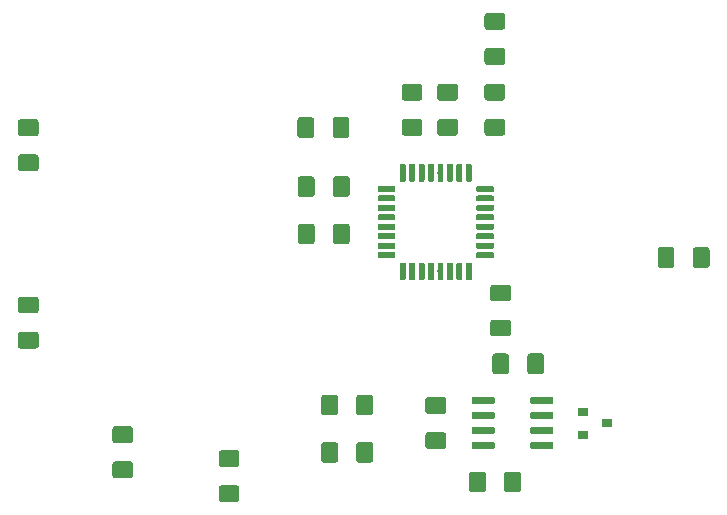
<source format=gbr>
G04 #@! TF.GenerationSoftware,KiCad,Pcbnew,(5.1.4)-1*
G04 #@! TF.CreationDate,2020-01-17T23:34:28+09:00*
G04 #@! TF.ProjectId,QX20CTRLV1,51583230-4354-4524-9c56-312e6b696361,rev?*
G04 #@! TF.SameCoordinates,Original*
G04 #@! TF.FileFunction,Paste,Top*
G04 #@! TF.FilePolarity,Positive*
%FSLAX46Y46*%
G04 Gerber Fmt 4.6, Leading zero omitted, Abs format (unit mm)*
G04 Created by KiCad (PCBNEW (5.1.4)-1) date 2020-01-17 23:34:28*
%MOMM*%
%LPD*%
G04 APERTURE LIST*
%ADD10C,0.100000*%
%ADD11C,0.500000*%
%ADD12C,1.425000*%
%ADD13R,0.900000X0.800000*%
%ADD14C,0.600000*%
G04 APERTURE END LIST*
D10*
G36*
X121837252Y-76075602D02*
G01*
X121849386Y-76077402D01*
X121861286Y-76080382D01*
X121872835Y-76084515D01*
X121883925Y-76089760D01*
X121894446Y-76096066D01*
X121904299Y-76103374D01*
X121913388Y-76111612D01*
X121921626Y-76120701D01*
X121928934Y-76130554D01*
X121935240Y-76141075D01*
X121940485Y-76152165D01*
X121944618Y-76163714D01*
X121947598Y-76175614D01*
X121949398Y-76187748D01*
X121950000Y-76200000D01*
X121950000Y-77450000D01*
X121949398Y-77462252D01*
X121947598Y-77474386D01*
X121944618Y-77486286D01*
X121940485Y-77497835D01*
X121935240Y-77508925D01*
X121928934Y-77519446D01*
X121921626Y-77529299D01*
X121913388Y-77538388D01*
X121904299Y-77546626D01*
X121894446Y-77553934D01*
X121883925Y-77560240D01*
X121872835Y-77565485D01*
X121861286Y-77569618D01*
X121849386Y-77572598D01*
X121837252Y-77574398D01*
X121825000Y-77575000D01*
X121575000Y-77575000D01*
X121562748Y-77574398D01*
X121550614Y-77572598D01*
X121538714Y-77569618D01*
X121527165Y-77565485D01*
X121516075Y-77560240D01*
X121505554Y-77553934D01*
X121495701Y-77546626D01*
X121486612Y-77538388D01*
X121478374Y-77529299D01*
X121471066Y-77519446D01*
X121464760Y-77508925D01*
X121459515Y-77497835D01*
X121455382Y-77486286D01*
X121452402Y-77474386D01*
X121450602Y-77462252D01*
X121450000Y-77450000D01*
X121450000Y-76200000D01*
X121450602Y-76187748D01*
X121452402Y-76175614D01*
X121455382Y-76163714D01*
X121459515Y-76152165D01*
X121464760Y-76141075D01*
X121471066Y-76130554D01*
X121478374Y-76120701D01*
X121486612Y-76111612D01*
X121495701Y-76103374D01*
X121505554Y-76096066D01*
X121516075Y-76089760D01*
X121527165Y-76084515D01*
X121538714Y-76080382D01*
X121550614Y-76077402D01*
X121562748Y-76075602D01*
X121575000Y-76075000D01*
X121825000Y-76075000D01*
X121837252Y-76075602D01*
X121837252Y-76075602D01*
G37*
D11*
X121700000Y-76825000D03*
D10*
G36*
X122637252Y-76075602D02*
G01*
X122649386Y-76077402D01*
X122661286Y-76080382D01*
X122672835Y-76084515D01*
X122683925Y-76089760D01*
X122694446Y-76096066D01*
X122704299Y-76103374D01*
X122713388Y-76111612D01*
X122721626Y-76120701D01*
X122728934Y-76130554D01*
X122735240Y-76141075D01*
X122740485Y-76152165D01*
X122744618Y-76163714D01*
X122747598Y-76175614D01*
X122749398Y-76187748D01*
X122750000Y-76200000D01*
X122750000Y-77450000D01*
X122749398Y-77462252D01*
X122747598Y-77474386D01*
X122744618Y-77486286D01*
X122740485Y-77497835D01*
X122735240Y-77508925D01*
X122728934Y-77519446D01*
X122721626Y-77529299D01*
X122713388Y-77538388D01*
X122704299Y-77546626D01*
X122694446Y-77553934D01*
X122683925Y-77560240D01*
X122672835Y-77565485D01*
X122661286Y-77569618D01*
X122649386Y-77572598D01*
X122637252Y-77574398D01*
X122625000Y-77575000D01*
X122375000Y-77575000D01*
X122362748Y-77574398D01*
X122350614Y-77572598D01*
X122338714Y-77569618D01*
X122327165Y-77565485D01*
X122316075Y-77560240D01*
X122305554Y-77553934D01*
X122295701Y-77546626D01*
X122286612Y-77538388D01*
X122278374Y-77529299D01*
X122271066Y-77519446D01*
X122264760Y-77508925D01*
X122259515Y-77497835D01*
X122255382Y-77486286D01*
X122252402Y-77474386D01*
X122250602Y-77462252D01*
X122250000Y-77450000D01*
X122250000Y-76200000D01*
X122250602Y-76187748D01*
X122252402Y-76175614D01*
X122255382Y-76163714D01*
X122259515Y-76152165D01*
X122264760Y-76141075D01*
X122271066Y-76130554D01*
X122278374Y-76120701D01*
X122286612Y-76111612D01*
X122295701Y-76103374D01*
X122305554Y-76096066D01*
X122316075Y-76089760D01*
X122327165Y-76084515D01*
X122338714Y-76080382D01*
X122350614Y-76077402D01*
X122362748Y-76075602D01*
X122375000Y-76075000D01*
X122625000Y-76075000D01*
X122637252Y-76075602D01*
X122637252Y-76075602D01*
G37*
D11*
X122500000Y-76825000D03*
D10*
G36*
X123437252Y-76075602D02*
G01*
X123449386Y-76077402D01*
X123461286Y-76080382D01*
X123472835Y-76084515D01*
X123483925Y-76089760D01*
X123494446Y-76096066D01*
X123504299Y-76103374D01*
X123513388Y-76111612D01*
X123521626Y-76120701D01*
X123528934Y-76130554D01*
X123535240Y-76141075D01*
X123540485Y-76152165D01*
X123544618Y-76163714D01*
X123547598Y-76175614D01*
X123549398Y-76187748D01*
X123550000Y-76200000D01*
X123550000Y-77450000D01*
X123549398Y-77462252D01*
X123547598Y-77474386D01*
X123544618Y-77486286D01*
X123540485Y-77497835D01*
X123535240Y-77508925D01*
X123528934Y-77519446D01*
X123521626Y-77529299D01*
X123513388Y-77538388D01*
X123504299Y-77546626D01*
X123494446Y-77553934D01*
X123483925Y-77560240D01*
X123472835Y-77565485D01*
X123461286Y-77569618D01*
X123449386Y-77572598D01*
X123437252Y-77574398D01*
X123425000Y-77575000D01*
X123175000Y-77575000D01*
X123162748Y-77574398D01*
X123150614Y-77572598D01*
X123138714Y-77569618D01*
X123127165Y-77565485D01*
X123116075Y-77560240D01*
X123105554Y-77553934D01*
X123095701Y-77546626D01*
X123086612Y-77538388D01*
X123078374Y-77529299D01*
X123071066Y-77519446D01*
X123064760Y-77508925D01*
X123059515Y-77497835D01*
X123055382Y-77486286D01*
X123052402Y-77474386D01*
X123050602Y-77462252D01*
X123050000Y-77450000D01*
X123050000Y-76200000D01*
X123050602Y-76187748D01*
X123052402Y-76175614D01*
X123055382Y-76163714D01*
X123059515Y-76152165D01*
X123064760Y-76141075D01*
X123071066Y-76130554D01*
X123078374Y-76120701D01*
X123086612Y-76111612D01*
X123095701Y-76103374D01*
X123105554Y-76096066D01*
X123116075Y-76089760D01*
X123127165Y-76084515D01*
X123138714Y-76080382D01*
X123150614Y-76077402D01*
X123162748Y-76075602D01*
X123175000Y-76075000D01*
X123425000Y-76075000D01*
X123437252Y-76075602D01*
X123437252Y-76075602D01*
G37*
D11*
X123300000Y-76825000D03*
D10*
G36*
X124237252Y-76075602D02*
G01*
X124249386Y-76077402D01*
X124261286Y-76080382D01*
X124272835Y-76084515D01*
X124283925Y-76089760D01*
X124294446Y-76096066D01*
X124304299Y-76103374D01*
X124313388Y-76111612D01*
X124321626Y-76120701D01*
X124328934Y-76130554D01*
X124335240Y-76141075D01*
X124340485Y-76152165D01*
X124344618Y-76163714D01*
X124347598Y-76175614D01*
X124349398Y-76187748D01*
X124350000Y-76200000D01*
X124350000Y-77450000D01*
X124349398Y-77462252D01*
X124347598Y-77474386D01*
X124344618Y-77486286D01*
X124340485Y-77497835D01*
X124335240Y-77508925D01*
X124328934Y-77519446D01*
X124321626Y-77529299D01*
X124313388Y-77538388D01*
X124304299Y-77546626D01*
X124294446Y-77553934D01*
X124283925Y-77560240D01*
X124272835Y-77565485D01*
X124261286Y-77569618D01*
X124249386Y-77572598D01*
X124237252Y-77574398D01*
X124225000Y-77575000D01*
X123975000Y-77575000D01*
X123962748Y-77574398D01*
X123950614Y-77572598D01*
X123938714Y-77569618D01*
X123927165Y-77565485D01*
X123916075Y-77560240D01*
X123905554Y-77553934D01*
X123895701Y-77546626D01*
X123886612Y-77538388D01*
X123878374Y-77529299D01*
X123871066Y-77519446D01*
X123864760Y-77508925D01*
X123859515Y-77497835D01*
X123855382Y-77486286D01*
X123852402Y-77474386D01*
X123850602Y-77462252D01*
X123850000Y-77450000D01*
X123850000Y-76200000D01*
X123850602Y-76187748D01*
X123852402Y-76175614D01*
X123855382Y-76163714D01*
X123859515Y-76152165D01*
X123864760Y-76141075D01*
X123871066Y-76130554D01*
X123878374Y-76120701D01*
X123886612Y-76111612D01*
X123895701Y-76103374D01*
X123905554Y-76096066D01*
X123916075Y-76089760D01*
X123927165Y-76084515D01*
X123938714Y-76080382D01*
X123950614Y-76077402D01*
X123962748Y-76075602D01*
X123975000Y-76075000D01*
X124225000Y-76075000D01*
X124237252Y-76075602D01*
X124237252Y-76075602D01*
G37*
D11*
X124100000Y-76825000D03*
D10*
G36*
X125037252Y-76075602D02*
G01*
X125049386Y-76077402D01*
X125061286Y-76080382D01*
X125072835Y-76084515D01*
X125083925Y-76089760D01*
X125094446Y-76096066D01*
X125104299Y-76103374D01*
X125113388Y-76111612D01*
X125121626Y-76120701D01*
X125128934Y-76130554D01*
X125135240Y-76141075D01*
X125140485Y-76152165D01*
X125144618Y-76163714D01*
X125147598Y-76175614D01*
X125149398Y-76187748D01*
X125150000Y-76200000D01*
X125150000Y-77450000D01*
X125149398Y-77462252D01*
X125147598Y-77474386D01*
X125144618Y-77486286D01*
X125140485Y-77497835D01*
X125135240Y-77508925D01*
X125128934Y-77519446D01*
X125121626Y-77529299D01*
X125113388Y-77538388D01*
X125104299Y-77546626D01*
X125094446Y-77553934D01*
X125083925Y-77560240D01*
X125072835Y-77565485D01*
X125061286Y-77569618D01*
X125049386Y-77572598D01*
X125037252Y-77574398D01*
X125025000Y-77575000D01*
X124775000Y-77575000D01*
X124762748Y-77574398D01*
X124750614Y-77572598D01*
X124738714Y-77569618D01*
X124727165Y-77565485D01*
X124716075Y-77560240D01*
X124705554Y-77553934D01*
X124695701Y-77546626D01*
X124686612Y-77538388D01*
X124678374Y-77529299D01*
X124671066Y-77519446D01*
X124664760Y-77508925D01*
X124659515Y-77497835D01*
X124655382Y-77486286D01*
X124652402Y-77474386D01*
X124650602Y-77462252D01*
X124650000Y-77450000D01*
X124650000Y-76200000D01*
X124650602Y-76187748D01*
X124652402Y-76175614D01*
X124655382Y-76163714D01*
X124659515Y-76152165D01*
X124664760Y-76141075D01*
X124671066Y-76130554D01*
X124678374Y-76120701D01*
X124686612Y-76111612D01*
X124695701Y-76103374D01*
X124705554Y-76096066D01*
X124716075Y-76089760D01*
X124727165Y-76084515D01*
X124738714Y-76080382D01*
X124750614Y-76077402D01*
X124762748Y-76075602D01*
X124775000Y-76075000D01*
X125025000Y-76075000D01*
X125037252Y-76075602D01*
X125037252Y-76075602D01*
G37*
D11*
X124900000Y-76825000D03*
D10*
G36*
X125837252Y-76075602D02*
G01*
X125849386Y-76077402D01*
X125861286Y-76080382D01*
X125872835Y-76084515D01*
X125883925Y-76089760D01*
X125894446Y-76096066D01*
X125904299Y-76103374D01*
X125913388Y-76111612D01*
X125921626Y-76120701D01*
X125928934Y-76130554D01*
X125935240Y-76141075D01*
X125940485Y-76152165D01*
X125944618Y-76163714D01*
X125947598Y-76175614D01*
X125949398Y-76187748D01*
X125950000Y-76200000D01*
X125950000Y-77450000D01*
X125949398Y-77462252D01*
X125947598Y-77474386D01*
X125944618Y-77486286D01*
X125940485Y-77497835D01*
X125935240Y-77508925D01*
X125928934Y-77519446D01*
X125921626Y-77529299D01*
X125913388Y-77538388D01*
X125904299Y-77546626D01*
X125894446Y-77553934D01*
X125883925Y-77560240D01*
X125872835Y-77565485D01*
X125861286Y-77569618D01*
X125849386Y-77572598D01*
X125837252Y-77574398D01*
X125825000Y-77575000D01*
X125575000Y-77575000D01*
X125562748Y-77574398D01*
X125550614Y-77572598D01*
X125538714Y-77569618D01*
X125527165Y-77565485D01*
X125516075Y-77560240D01*
X125505554Y-77553934D01*
X125495701Y-77546626D01*
X125486612Y-77538388D01*
X125478374Y-77529299D01*
X125471066Y-77519446D01*
X125464760Y-77508925D01*
X125459515Y-77497835D01*
X125455382Y-77486286D01*
X125452402Y-77474386D01*
X125450602Y-77462252D01*
X125450000Y-77450000D01*
X125450000Y-76200000D01*
X125450602Y-76187748D01*
X125452402Y-76175614D01*
X125455382Y-76163714D01*
X125459515Y-76152165D01*
X125464760Y-76141075D01*
X125471066Y-76130554D01*
X125478374Y-76120701D01*
X125486612Y-76111612D01*
X125495701Y-76103374D01*
X125505554Y-76096066D01*
X125516075Y-76089760D01*
X125527165Y-76084515D01*
X125538714Y-76080382D01*
X125550614Y-76077402D01*
X125562748Y-76075602D01*
X125575000Y-76075000D01*
X125825000Y-76075000D01*
X125837252Y-76075602D01*
X125837252Y-76075602D01*
G37*
D11*
X125700000Y-76825000D03*
D10*
G36*
X126637252Y-76075602D02*
G01*
X126649386Y-76077402D01*
X126661286Y-76080382D01*
X126672835Y-76084515D01*
X126683925Y-76089760D01*
X126694446Y-76096066D01*
X126704299Y-76103374D01*
X126713388Y-76111612D01*
X126721626Y-76120701D01*
X126728934Y-76130554D01*
X126735240Y-76141075D01*
X126740485Y-76152165D01*
X126744618Y-76163714D01*
X126747598Y-76175614D01*
X126749398Y-76187748D01*
X126750000Y-76200000D01*
X126750000Y-77450000D01*
X126749398Y-77462252D01*
X126747598Y-77474386D01*
X126744618Y-77486286D01*
X126740485Y-77497835D01*
X126735240Y-77508925D01*
X126728934Y-77519446D01*
X126721626Y-77529299D01*
X126713388Y-77538388D01*
X126704299Y-77546626D01*
X126694446Y-77553934D01*
X126683925Y-77560240D01*
X126672835Y-77565485D01*
X126661286Y-77569618D01*
X126649386Y-77572598D01*
X126637252Y-77574398D01*
X126625000Y-77575000D01*
X126375000Y-77575000D01*
X126362748Y-77574398D01*
X126350614Y-77572598D01*
X126338714Y-77569618D01*
X126327165Y-77565485D01*
X126316075Y-77560240D01*
X126305554Y-77553934D01*
X126295701Y-77546626D01*
X126286612Y-77538388D01*
X126278374Y-77529299D01*
X126271066Y-77519446D01*
X126264760Y-77508925D01*
X126259515Y-77497835D01*
X126255382Y-77486286D01*
X126252402Y-77474386D01*
X126250602Y-77462252D01*
X126250000Y-77450000D01*
X126250000Y-76200000D01*
X126250602Y-76187748D01*
X126252402Y-76175614D01*
X126255382Y-76163714D01*
X126259515Y-76152165D01*
X126264760Y-76141075D01*
X126271066Y-76130554D01*
X126278374Y-76120701D01*
X126286612Y-76111612D01*
X126295701Y-76103374D01*
X126305554Y-76096066D01*
X126316075Y-76089760D01*
X126327165Y-76084515D01*
X126338714Y-76080382D01*
X126350614Y-76077402D01*
X126362748Y-76075602D01*
X126375000Y-76075000D01*
X126625000Y-76075000D01*
X126637252Y-76075602D01*
X126637252Y-76075602D01*
G37*
D11*
X126500000Y-76825000D03*
D10*
G36*
X127437252Y-76075602D02*
G01*
X127449386Y-76077402D01*
X127461286Y-76080382D01*
X127472835Y-76084515D01*
X127483925Y-76089760D01*
X127494446Y-76096066D01*
X127504299Y-76103374D01*
X127513388Y-76111612D01*
X127521626Y-76120701D01*
X127528934Y-76130554D01*
X127535240Y-76141075D01*
X127540485Y-76152165D01*
X127544618Y-76163714D01*
X127547598Y-76175614D01*
X127549398Y-76187748D01*
X127550000Y-76200000D01*
X127550000Y-77450000D01*
X127549398Y-77462252D01*
X127547598Y-77474386D01*
X127544618Y-77486286D01*
X127540485Y-77497835D01*
X127535240Y-77508925D01*
X127528934Y-77519446D01*
X127521626Y-77529299D01*
X127513388Y-77538388D01*
X127504299Y-77546626D01*
X127494446Y-77553934D01*
X127483925Y-77560240D01*
X127472835Y-77565485D01*
X127461286Y-77569618D01*
X127449386Y-77572598D01*
X127437252Y-77574398D01*
X127425000Y-77575000D01*
X127175000Y-77575000D01*
X127162748Y-77574398D01*
X127150614Y-77572598D01*
X127138714Y-77569618D01*
X127127165Y-77565485D01*
X127116075Y-77560240D01*
X127105554Y-77553934D01*
X127095701Y-77546626D01*
X127086612Y-77538388D01*
X127078374Y-77529299D01*
X127071066Y-77519446D01*
X127064760Y-77508925D01*
X127059515Y-77497835D01*
X127055382Y-77486286D01*
X127052402Y-77474386D01*
X127050602Y-77462252D01*
X127050000Y-77450000D01*
X127050000Y-76200000D01*
X127050602Y-76187748D01*
X127052402Y-76175614D01*
X127055382Y-76163714D01*
X127059515Y-76152165D01*
X127064760Y-76141075D01*
X127071066Y-76130554D01*
X127078374Y-76120701D01*
X127086612Y-76111612D01*
X127095701Y-76103374D01*
X127105554Y-76096066D01*
X127116075Y-76089760D01*
X127127165Y-76084515D01*
X127138714Y-76080382D01*
X127150614Y-76077402D01*
X127162748Y-76075602D01*
X127175000Y-76075000D01*
X127425000Y-76075000D01*
X127437252Y-76075602D01*
X127437252Y-76075602D01*
G37*
D11*
X127300000Y-76825000D03*
D10*
G36*
X129312252Y-77950602D02*
G01*
X129324386Y-77952402D01*
X129336286Y-77955382D01*
X129347835Y-77959515D01*
X129358925Y-77964760D01*
X129369446Y-77971066D01*
X129379299Y-77978374D01*
X129388388Y-77986612D01*
X129396626Y-77995701D01*
X129403934Y-78005554D01*
X129410240Y-78016075D01*
X129415485Y-78027165D01*
X129419618Y-78038714D01*
X129422598Y-78050614D01*
X129424398Y-78062748D01*
X129425000Y-78075000D01*
X129425000Y-78325000D01*
X129424398Y-78337252D01*
X129422598Y-78349386D01*
X129419618Y-78361286D01*
X129415485Y-78372835D01*
X129410240Y-78383925D01*
X129403934Y-78394446D01*
X129396626Y-78404299D01*
X129388388Y-78413388D01*
X129379299Y-78421626D01*
X129369446Y-78428934D01*
X129358925Y-78435240D01*
X129347835Y-78440485D01*
X129336286Y-78444618D01*
X129324386Y-78447598D01*
X129312252Y-78449398D01*
X129300000Y-78450000D01*
X128050000Y-78450000D01*
X128037748Y-78449398D01*
X128025614Y-78447598D01*
X128013714Y-78444618D01*
X128002165Y-78440485D01*
X127991075Y-78435240D01*
X127980554Y-78428934D01*
X127970701Y-78421626D01*
X127961612Y-78413388D01*
X127953374Y-78404299D01*
X127946066Y-78394446D01*
X127939760Y-78383925D01*
X127934515Y-78372835D01*
X127930382Y-78361286D01*
X127927402Y-78349386D01*
X127925602Y-78337252D01*
X127925000Y-78325000D01*
X127925000Y-78075000D01*
X127925602Y-78062748D01*
X127927402Y-78050614D01*
X127930382Y-78038714D01*
X127934515Y-78027165D01*
X127939760Y-78016075D01*
X127946066Y-78005554D01*
X127953374Y-77995701D01*
X127961612Y-77986612D01*
X127970701Y-77978374D01*
X127980554Y-77971066D01*
X127991075Y-77964760D01*
X128002165Y-77959515D01*
X128013714Y-77955382D01*
X128025614Y-77952402D01*
X128037748Y-77950602D01*
X128050000Y-77950000D01*
X129300000Y-77950000D01*
X129312252Y-77950602D01*
X129312252Y-77950602D01*
G37*
D11*
X128675000Y-78200000D03*
D10*
G36*
X129312252Y-78750602D02*
G01*
X129324386Y-78752402D01*
X129336286Y-78755382D01*
X129347835Y-78759515D01*
X129358925Y-78764760D01*
X129369446Y-78771066D01*
X129379299Y-78778374D01*
X129388388Y-78786612D01*
X129396626Y-78795701D01*
X129403934Y-78805554D01*
X129410240Y-78816075D01*
X129415485Y-78827165D01*
X129419618Y-78838714D01*
X129422598Y-78850614D01*
X129424398Y-78862748D01*
X129425000Y-78875000D01*
X129425000Y-79125000D01*
X129424398Y-79137252D01*
X129422598Y-79149386D01*
X129419618Y-79161286D01*
X129415485Y-79172835D01*
X129410240Y-79183925D01*
X129403934Y-79194446D01*
X129396626Y-79204299D01*
X129388388Y-79213388D01*
X129379299Y-79221626D01*
X129369446Y-79228934D01*
X129358925Y-79235240D01*
X129347835Y-79240485D01*
X129336286Y-79244618D01*
X129324386Y-79247598D01*
X129312252Y-79249398D01*
X129300000Y-79250000D01*
X128050000Y-79250000D01*
X128037748Y-79249398D01*
X128025614Y-79247598D01*
X128013714Y-79244618D01*
X128002165Y-79240485D01*
X127991075Y-79235240D01*
X127980554Y-79228934D01*
X127970701Y-79221626D01*
X127961612Y-79213388D01*
X127953374Y-79204299D01*
X127946066Y-79194446D01*
X127939760Y-79183925D01*
X127934515Y-79172835D01*
X127930382Y-79161286D01*
X127927402Y-79149386D01*
X127925602Y-79137252D01*
X127925000Y-79125000D01*
X127925000Y-78875000D01*
X127925602Y-78862748D01*
X127927402Y-78850614D01*
X127930382Y-78838714D01*
X127934515Y-78827165D01*
X127939760Y-78816075D01*
X127946066Y-78805554D01*
X127953374Y-78795701D01*
X127961612Y-78786612D01*
X127970701Y-78778374D01*
X127980554Y-78771066D01*
X127991075Y-78764760D01*
X128002165Y-78759515D01*
X128013714Y-78755382D01*
X128025614Y-78752402D01*
X128037748Y-78750602D01*
X128050000Y-78750000D01*
X129300000Y-78750000D01*
X129312252Y-78750602D01*
X129312252Y-78750602D01*
G37*
D11*
X128675000Y-79000000D03*
D10*
G36*
X129312252Y-79550602D02*
G01*
X129324386Y-79552402D01*
X129336286Y-79555382D01*
X129347835Y-79559515D01*
X129358925Y-79564760D01*
X129369446Y-79571066D01*
X129379299Y-79578374D01*
X129388388Y-79586612D01*
X129396626Y-79595701D01*
X129403934Y-79605554D01*
X129410240Y-79616075D01*
X129415485Y-79627165D01*
X129419618Y-79638714D01*
X129422598Y-79650614D01*
X129424398Y-79662748D01*
X129425000Y-79675000D01*
X129425000Y-79925000D01*
X129424398Y-79937252D01*
X129422598Y-79949386D01*
X129419618Y-79961286D01*
X129415485Y-79972835D01*
X129410240Y-79983925D01*
X129403934Y-79994446D01*
X129396626Y-80004299D01*
X129388388Y-80013388D01*
X129379299Y-80021626D01*
X129369446Y-80028934D01*
X129358925Y-80035240D01*
X129347835Y-80040485D01*
X129336286Y-80044618D01*
X129324386Y-80047598D01*
X129312252Y-80049398D01*
X129300000Y-80050000D01*
X128050000Y-80050000D01*
X128037748Y-80049398D01*
X128025614Y-80047598D01*
X128013714Y-80044618D01*
X128002165Y-80040485D01*
X127991075Y-80035240D01*
X127980554Y-80028934D01*
X127970701Y-80021626D01*
X127961612Y-80013388D01*
X127953374Y-80004299D01*
X127946066Y-79994446D01*
X127939760Y-79983925D01*
X127934515Y-79972835D01*
X127930382Y-79961286D01*
X127927402Y-79949386D01*
X127925602Y-79937252D01*
X127925000Y-79925000D01*
X127925000Y-79675000D01*
X127925602Y-79662748D01*
X127927402Y-79650614D01*
X127930382Y-79638714D01*
X127934515Y-79627165D01*
X127939760Y-79616075D01*
X127946066Y-79605554D01*
X127953374Y-79595701D01*
X127961612Y-79586612D01*
X127970701Y-79578374D01*
X127980554Y-79571066D01*
X127991075Y-79564760D01*
X128002165Y-79559515D01*
X128013714Y-79555382D01*
X128025614Y-79552402D01*
X128037748Y-79550602D01*
X128050000Y-79550000D01*
X129300000Y-79550000D01*
X129312252Y-79550602D01*
X129312252Y-79550602D01*
G37*
D11*
X128675000Y-79800000D03*
D10*
G36*
X129312252Y-80350602D02*
G01*
X129324386Y-80352402D01*
X129336286Y-80355382D01*
X129347835Y-80359515D01*
X129358925Y-80364760D01*
X129369446Y-80371066D01*
X129379299Y-80378374D01*
X129388388Y-80386612D01*
X129396626Y-80395701D01*
X129403934Y-80405554D01*
X129410240Y-80416075D01*
X129415485Y-80427165D01*
X129419618Y-80438714D01*
X129422598Y-80450614D01*
X129424398Y-80462748D01*
X129425000Y-80475000D01*
X129425000Y-80725000D01*
X129424398Y-80737252D01*
X129422598Y-80749386D01*
X129419618Y-80761286D01*
X129415485Y-80772835D01*
X129410240Y-80783925D01*
X129403934Y-80794446D01*
X129396626Y-80804299D01*
X129388388Y-80813388D01*
X129379299Y-80821626D01*
X129369446Y-80828934D01*
X129358925Y-80835240D01*
X129347835Y-80840485D01*
X129336286Y-80844618D01*
X129324386Y-80847598D01*
X129312252Y-80849398D01*
X129300000Y-80850000D01*
X128050000Y-80850000D01*
X128037748Y-80849398D01*
X128025614Y-80847598D01*
X128013714Y-80844618D01*
X128002165Y-80840485D01*
X127991075Y-80835240D01*
X127980554Y-80828934D01*
X127970701Y-80821626D01*
X127961612Y-80813388D01*
X127953374Y-80804299D01*
X127946066Y-80794446D01*
X127939760Y-80783925D01*
X127934515Y-80772835D01*
X127930382Y-80761286D01*
X127927402Y-80749386D01*
X127925602Y-80737252D01*
X127925000Y-80725000D01*
X127925000Y-80475000D01*
X127925602Y-80462748D01*
X127927402Y-80450614D01*
X127930382Y-80438714D01*
X127934515Y-80427165D01*
X127939760Y-80416075D01*
X127946066Y-80405554D01*
X127953374Y-80395701D01*
X127961612Y-80386612D01*
X127970701Y-80378374D01*
X127980554Y-80371066D01*
X127991075Y-80364760D01*
X128002165Y-80359515D01*
X128013714Y-80355382D01*
X128025614Y-80352402D01*
X128037748Y-80350602D01*
X128050000Y-80350000D01*
X129300000Y-80350000D01*
X129312252Y-80350602D01*
X129312252Y-80350602D01*
G37*
D11*
X128675000Y-80600000D03*
D10*
G36*
X129312252Y-81150602D02*
G01*
X129324386Y-81152402D01*
X129336286Y-81155382D01*
X129347835Y-81159515D01*
X129358925Y-81164760D01*
X129369446Y-81171066D01*
X129379299Y-81178374D01*
X129388388Y-81186612D01*
X129396626Y-81195701D01*
X129403934Y-81205554D01*
X129410240Y-81216075D01*
X129415485Y-81227165D01*
X129419618Y-81238714D01*
X129422598Y-81250614D01*
X129424398Y-81262748D01*
X129425000Y-81275000D01*
X129425000Y-81525000D01*
X129424398Y-81537252D01*
X129422598Y-81549386D01*
X129419618Y-81561286D01*
X129415485Y-81572835D01*
X129410240Y-81583925D01*
X129403934Y-81594446D01*
X129396626Y-81604299D01*
X129388388Y-81613388D01*
X129379299Y-81621626D01*
X129369446Y-81628934D01*
X129358925Y-81635240D01*
X129347835Y-81640485D01*
X129336286Y-81644618D01*
X129324386Y-81647598D01*
X129312252Y-81649398D01*
X129300000Y-81650000D01*
X128050000Y-81650000D01*
X128037748Y-81649398D01*
X128025614Y-81647598D01*
X128013714Y-81644618D01*
X128002165Y-81640485D01*
X127991075Y-81635240D01*
X127980554Y-81628934D01*
X127970701Y-81621626D01*
X127961612Y-81613388D01*
X127953374Y-81604299D01*
X127946066Y-81594446D01*
X127939760Y-81583925D01*
X127934515Y-81572835D01*
X127930382Y-81561286D01*
X127927402Y-81549386D01*
X127925602Y-81537252D01*
X127925000Y-81525000D01*
X127925000Y-81275000D01*
X127925602Y-81262748D01*
X127927402Y-81250614D01*
X127930382Y-81238714D01*
X127934515Y-81227165D01*
X127939760Y-81216075D01*
X127946066Y-81205554D01*
X127953374Y-81195701D01*
X127961612Y-81186612D01*
X127970701Y-81178374D01*
X127980554Y-81171066D01*
X127991075Y-81164760D01*
X128002165Y-81159515D01*
X128013714Y-81155382D01*
X128025614Y-81152402D01*
X128037748Y-81150602D01*
X128050000Y-81150000D01*
X129300000Y-81150000D01*
X129312252Y-81150602D01*
X129312252Y-81150602D01*
G37*
D11*
X128675000Y-81400000D03*
D10*
G36*
X129312252Y-81950602D02*
G01*
X129324386Y-81952402D01*
X129336286Y-81955382D01*
X129347835Y-81959515D01*
X129358925Y-81964760D01*
X129369446Y-81971066D01*
X129379299Y-81978374D01*
X129388388Y-81986612D01*
X129396626Y-81995701D01*
X129403934Y-82005554D01*
X129410240Y-82016075D01*
X129415485Y-82027165D01*
X129419618Y-82038714D01*
X129422598Y-82050614D01*
X129424398Y-82062748D01*
X129425000Y-82075000D01*
X129425000Y-82325000D01*
X129424398Y-82337252D01*
X129422598Y-82349386D01*
X129419618Y-82361286D01*
X129415485Y-82372835D01*
X129410240Y-82383925D01*
X129403934Y-82394446D01*
X129396626Y-82404299D01*
X129388388Y-82413388D01*
X129379299Y-82421626D01*
X129369446Y-82428934D01*
X129358925Y-82435240D01*
X129347835Y-82440485D01*
X129336286Y-82444618D01*
X129324386Y-82447598D01*
X129312252Y-82449398D01*
X129300000Y-82450000D01*
X128050000Y-82450000D01*
X128037748Y-82449398D01*
X128025614Y-82447598D01*
X128013714Y-82444618D01*
X128002165Y-82440485D01*
X127991075Y-82435240D01*
X127980554Y-82428934D01*
X127970701Y-82421626D01*
X127961612Y-82413388D01*
X127953374Y-82404299D01*
X127946066Y-82394446D01*
X127939760Y-82383925D01*
X127934515Y-82372835D01*
X127930382Y-82361286D01*
X127927402Y-82349386D01*
X127925602Y-82337252D01*
X127925000Y-82325000D01*
X127925000Y-82075000D01*
X127925602Y-82062748D01*
X127927402Y-82050614D01*
X127930382Y-82038714D01*
X127934515Y-82027165D01*
X127939760Y-82016075D01*
X127946066Y-82005554D01*
X127953374Y-81995701D01*
X127961612Y-81986612D01*
X127970701Y-81978374D01*
X127980554Y-81971066D01*
X127991075Y-81964760D01*
X128002165Y-81959515D01*
X128013714Y-81955382D01*
X128025614Y-81952402D01*
X128037748Y-81950602D01*
X128050000Y-81950000D01*
X129300000Y-81950000D01*
X129312252Y-81950602D01*
X129312252Y-81950602D01*
G37*
D11*
X128675000Y-82200000D03*
D10*
G36*
X129312252Y-82750602D02*
G01*
X129324386Y-82752402D01*
X129336286Y-82755382D01*
X129347835Y-82759515D01*
X129358925Y-82764760D01*
X129369446Y-82771066D01*
X129379299Y-82778374D01*
X129388388Y-82786612D01*
X129396626Y-82795701D01*
X129403934Y-82805554D01*
X129410240Y-82816075D01*
X129415485Y-82827165D01*
X129419618Y-82838714D01*
X129422598Y-82850614D01*
X129424398Y-82862748D01*
X129425000Y-82875000D01*
X129425000Y-83125000D01*
X129424398Y-83137252D01*
X129422598Y-83149386D01*
X129419618Y-83161286D01*
X129415485Y-83172835D01*
X129410240Y-83183925D01*
X129403934Y-83194446D01*
X129396626Y-83204299D01*
X129388388Y-83213388D01*
X129379299Y-83221626D01*
X129369446Y-83228934D01*
X129358925Y-83235240D01*
X129347835Y-83240485D01*
X129336286Y-83244618D01*
X129324386Y-83247598D01*
X129312252Y-83249398D01*
X129300000Y-83250000D01*
X128050000Y-83250000D01*
X128037748Y-83249398D01*
X128025614Y-83247598D01*
X128013714Y-83244618D01*
X128002165Y-83240485D01*
X127991075Y-83235240D01*
X127980554Y-83228934D01*
X127970701Y-83221626D01*
X127961612Y-83213388D01*
X127953374Y-83204299D01*
X127946066Y-83194446D01*
X127939760Y-83183925D01*
X127934515Y-83172835D01*
X127930382Y-83161286D01*
X127927402Y-83149386D01*
X127925602Y-83137252D01*
X127925000Y-83125000D01*
X127925000Y-82875000D01*
X127925602Y-82862748D01*
X127927402Y-82850614D01*
X127930382Y-82838714D01*
X127934515Y-82827165D01*
X127939760Y-82816075D01*
X127946066Y-82805554D01*
X127953374Y-82795701D01*
X127961612Y-82786612D01*
X127970701Y-82778374D01*
X127980554Y-82771066D01*
X127991075Y-82764760D01*
X128002165Y-82759515D01*
X128013714Y-82755382D01*
X128025614Y-82752402D01*
X128037748Y-82750602D01*
X128050000Y-82750000D01*
X129300000Y-82750000D01*
X129312252Y-82750602D01*
X129312252Y-82750602D01*
G37*
D11*
X128675000Y-83000000D03*
D10*
G36*
X129312252Y-83550602D02*
G01*
X129324386Y-83552402D01*
X129336286Y-83555382D01*
X129347835Y-83559515D01*
X129358925Y-83564760D01*
X129369446Y-83571066D01*
X129379299Y-83578374D01*
X129388388Y-83586612D01*
X129396626Y-83595701D01*
X129403934Y-83605554D01*
X129410240Y-83616075D01*
X129415485Y-83627165D01*
X129419618Y-83638714D01*
X129422598Y-83650614D01*
X129424398Y-83662748D01*
X129425000Y-83675000D01*
X129425000Y-83925000D01*
X129424398Y-83937252D01*
X129422598Y-83949386D01*
X129419618Y-83961286D01*
X129415485Y-83972835D01*
X129410240Y-83983925D01*
X129403934Y-83994446D01*
X129396626Y-84004299D01*
X129388388Y-84013388D01*
X129379299Y-84021626D01*
X129369446Y-84028934D01*
X129358925Y-84035240D01*
X129347835Y-84040485D01*
X129336286Y-84044618D01*
X129324386Y-84047598D01*
X129312252Y-84049398D01*
X129300000Y-84050000D01*
X128050000Y-84050000D01*
X128037748Y-84049398D01*
X128025614Y-84047598D01*
X128013714Y-84044618D01*
X128002165Y-84040485D01*
X127991075Y-84035240D01*
X127980554Y-84028934D01*
X127970701Y-84021626D01*
X127961612Y-84013388D01*
X127953374Y-84004299D01*
X127946066Y-83994446D01*
X127939760Y-83983925D01*
X127934515Y-83972835D01*
X127930382Y-83961286D01*
X127927402Y-83949386D01*
X127925602Y-83937252D01*
X127925000Y-83925000D01*
X127925000Y-83675000D01*
X127925602Y-83662748D01*
X127927402Y-83650614D01*
X127930382Y-83638714D01*
X127934515Y-83627165D01*
X127939760Y-83616075D01*
X127946066Y-83605554D01*
X127953374Y-83595701D01*
X127961612Y-83586612D01*
X127970701Y-83578374D01*
X127980554Y-83571066D01*
X127991075Y-83564760D01*
X128002165Y-83559515D01*
X128013714Y-83555382D01*
X128025614Y-83552402D01*
X128037748Y-83550602D01*
X128050000Y-83550000D01*
X129300000Y-83550000D01*
X129312252Y-83550602D01*
X129312252Y-83550602D01*
G37*
D11*
X128675000Y-83800000D03*
D10*
G36*
X127437252Y-84425602D02*
G01*
X127449386Y-84427402D01*
X127461286Y-84430382D01*
X127472835Y-84434515D01*
X127483925Y-84439760D01*
X127494446Y-84446066D01*
X127504299Y-84453374D01*
X127513388Y-84461612D01*
X127521626Y-84470701D01*
X127528934Y-84480554D01*
X127535240Y-84491075D01*
X127540485Y-84502165D01*
X127544618Y-84513714D01*
X127547598Y-84525614D01*
X127549398Y-84537748D01*
X127550000Y-84550000D01*
X127550000Y-85800000D01*
X127549398Y-85812252D01*
X127547598Y-85824386D01*
X127544618Y-85836286D01*
X127540485Y-85847835D01*
X127535240Y-85858925D01*
X127528934Y-85869446D01*
X127521626Y-85879299D01*
X127513388Y-85888388D01*
X127504299Y-85896626D01*
X127494446Y-85903934D01*
X127483925Y-85910240D01*
X127472835Y-85915485D01*
X127461286Y-85919618D01*
X127449386Y-85922598D01*
X127437252Y-85924398D01*
X127425000Y-85925000D01*
X127175000Y-85925000D01*
X127162748Y-85924398D01*
X127150614Y-85922598D01*
X127138714Y-85919618D01*
X127127165Y-85915485D01*
X127116075Y-85910240D01*
X127105554Y-85903934D01*
X127095701Y-85896626D01*
X127086612Y-85888388D01*
X127078374Y-85879299D01*
X127071066Y-85869446D01*
X127064760Y-85858925D01*
X127059515Y-85847835D01*
X127055382Y-85836286D01*
X127052402Y-85824386D01*
X127050602Y-85812252D01*
X127050000Y-85800000D01*
X127050000Y-84550000D01*
X127050602Y-84537748D01*
X127052402Y-84525614D01*
X127055382Y-84513714D01*
X127059515Y-84502165D01*
X127064760Y-84491075D01*
X127071066Y-84480554D01*
X127078374Y-84470701D01*
X127086612Y-84461612D01*
X127095701Y-84453374D01*
X127105554Y-84446066D01*
X127116075Y-84439760D01*
X127127165Y-84434515D01*
X127138714Y-84430382D01*
X127150614Y-84427402D01*
X127162748Y-84425602D01*
X127175000Y-84425000D01*
X127425000Y-84425000D01*
X127437252Y-84425602D01*
X127437252Y-84425602D01*
G37*
D11*
X127300000Y-85175000D03*
D10*
G36*
X126637252Y-84425602D02*
G01*
X126649386Y-84427402D01*
X126661286Y-84430382D01*
X126672835Y-84434515D01*
X126683925Y-84439760D01*
X126694446Y-84446066D01*
X126704299Y-84453374D01*
X126713388Y-84461612D01*
X126721626Y-84470701D01*
X126728934Y-84480554D01*
X126735240Y-84491075D01*
X126740485Y-84502165D01*
X126744618Y-84513714D01*
X126747598Y-84525614D01*
X126749398Y-84537748D01*
X126750000Y-84550000D01*
X126750000Y-85800000D01*
X126749398Y-85812252D01*
X126747598Y-85824386D01*
X126744618Y-85836286D01*
X126740485Y-85847835D01*
X126735240Y-85858925D01*
X126728934Y-85869446D01*
X126721626Y-85879299D01*
X126713388Y-85888388D01*
X126704299Y-85896626D01*
X126694446Y-85903934D01*
X126683925Y-85910240D01*
X126672835Y-85915485D01*
X126661286Y-85919618D01*
X126649386Y-85922598D01*
X126637252Y-85924398D01*
X126625000Y-85925000D01*
X126375000Y-85925000D01*
X126362748Y-85924398D01*
X126350614Y-85922598D01*
X126338714Y-85919618D01*
X126327165Y-85915485D01*
X126316075Y-85910240D01*
X126305554Y-85903934D01*
X126295701Y-85896626D01*
X126286612Y-85888388D01*
X126278374Y-85879299D01*
X126271066Y-85869446D01*
X126264760Y-85858925D01*
X126259515Y-85847835D01*
X126255382Y-85836286D01*
X126252402Y-85824386D01*
X126250602Y-85812252D01*
X126250000Y-85800000D01*
X126250000Y-84550000D01*
X126250602Y-84537748D01*
X126252402Y-84525614D01*
X126255382Y-84513714D01*
X126259515Y-84502165D01*
X126264760Y-84491075D01*
X126271066Y-84480554D01*
X126278374Y-84470701D01*
X126286612Y-84461612D01*
X126295701Y-84453374D01*
X126305554Y-84446066D01*
X126316075Y-84439760D01*
X126327165Y-84434515D01*
X126338714Y-84430382D01*
X126350614Y-84427402D01*
X126362748Y-84425602D01*
X126375000Y-84425000D01*
X126625000Y-84425000D01*
X126637252Y-84425602D01*
X126637252Y-84425602D01*
G37*
D11*
X126500000Y-85175000D03*
D10*
G36*
X125837252Y-84425602D02*
G01*
X125849386Y-84427402D01*
X125861286Y-84430382D01*
X125872835Y-84434515D01*
X125883925Y-84439760D01*
X125894446Y-84446066D01*
X125904299Y-84453374D01*
X125913388Y-84461612D01*
X125921626Y-84470701D01*
X125928934Y-84480554D01*
X125935240Y-84491075D01*
X125940485Y-84502165D01*
X125944618Y-84513714D01*
X125947598Y-84525614D01*
X125949398Y-84537748D01*
X125950000Y-84550000D01*
X125950000Y-85800000D01*
X125949398Y-85812252D01*
X125947598Y-85824386D01*
X125944618Y-85836286D01*
X125940485Y-85847835D01*
X125935240Y-85858925D01*
X125928934Y-85869446D01*
X125921626Y-85879299D01*
X125913388Y-85888388D01*
X125904299Y-85896626D01*
X125894446Y-85903934D01*
X125883925Y-85910240D01*
X125872835Y-85915485D01*
X125861286Y-85919618D01*
X125849386Y-85922598D01*
X125837252Y-85924398D01*
X125825000Y-85925000D01*
X125575000Y-85925000D01*
X125562748Y-85924398D01*
X125550614Y-85922598D01*
X125538714Y-85919618D01*
X125527165Y-85915485D01*
X125516075Y-85910240D01*
X125505554Y-85903934D01*
X125495701Y-85896626D01*
X125486612Y-85888388D01*
X125478374Y-85879299D01*
X125471066Y-85869446D01*
X125464760Y-85858925D01*
X125459515Y-85847835D01*
X125455382Y-85836286D01*
X125452402Y-85824386D01*
X125450602Y-85812252D01*
X125450000Y-85800000D01*
X125450000Y-84550000D01*
X125450602Y-84537748D01*
X125452402Y-84525614D01*
X125455382Y-84513714D01*
X125459515Y-84502165D01*
X125464760Y-84491075D01*
X125471066Y-84480554D01*
X125478374Y-84470701D01*
X125486612Y-84461612D01*
X125495701Y-84453374D01*
X125505554Y-84446066D01*
X125516075Y-84439760D01*
X125527165Y-84434515D01*
X125538714Y-84430382D01*
X125550614Y-84427402D01*
X125562748Y-84425602D01*
X125575000Y-84425000D01*
X125825000Y-84425000D01*
X125837252Y-84425602D01*
X125837252Y-84425602D01*
G37*
D11*
X125700000Y-85175000D03*
D10*
G36*
X125037252Y-84425602D02*
G01*
X125049386Y-84427402D01*
X125061286Y-84430382D01*
X125072835Y-84434515D01*
X125083925Y-84439760D01*
X125094446Y-84446066D01*
X125104299Y-84453374D01*
X125113388Y-84461612D01*
X125121626Y-84470701D01*
X125128934Y-84480554D01*
X125135240Y-84491075D01*
X125140485Y-84502165D01*
X125144618Y-84513714D01*
X125147598Y-84525614D01*
X125149398Y-84537748D01*
X125150000Y-84550000D01*
X125150000Y-85800000D01*
X125149398Y-85812252D01*
X125147598Y-85824386D01*
X125144618Y-85836286D01*
X125140485Y-85847835D01*
X125135240Y-85858925D01*
X125128934Y-85869446D01*
X125121626Y-85879299D01*
X125113388Y-85888388D01*
X125104299Y-85896626D01*
X125094446Y-85903934D01*
X125083925Y-85910240D01*
X125072835Y-85915485D01*
X125061286Y-85919618D01*
X125049386Y-85922598D01*
X125037252Y-85924398D01*
X125025000Y-85925000D01*
X124775000Y-85925000D01*
X124762748Y-85924398D01*
X124750614Y-85922598D01*
X124738714Y-85919618D01*
X124727165Y-85915485D01*
X124716075Y-85910240D01*
X124705554Y-85903934D01*
X124695701Y-85896626D01*
X124686612Y-85888388D01*
X124678374Y-85879299D01*
X124671066Y-85869446D01*
X124664760Y-85858925D01*
X124659515Y-85847835D01*
X124655382Y-85836286D01*
X124652402Y-85824386D01*
X124650602Y-85812252D01*
X124650000Y-85800000D01*
X124650000Y-84550000D01*
X124650602Y-84537748D01*
X124652402Y-84525614D01*
X124655382Y-84513714D01*
X124659515Y-84502165D01*
X124664760Y-84491075D01*
X124671066Y-84480554D01*
X124678374Y-84470701D01*
X124686612Y-84461612D01*
X124695701Y-84453374D01*
X124705554Y-84446066D01*
X124716075Y-84439760D01*
X124727165Y-84434515D01*
X124738714Y-84430382D01*
X124750614Y-84427402D01*
X124762748Y-84425602D01*
X124775000Y-84425000D01*
X125025000Y-84425000D01*
X125037252Y-84425602D01*
X125037252Y-84425602D01*
G37*
D11*
X124900000Y-85175000D03*
D10*
G36*
X124237252Y-84425602D02*
G01*
X124249386Y-84427402D01*
X124261286Y-84430382D01*
X124272835Y-84434515D01*
X124283925Y-84439760D01*
X124294446Y-84446066D01*
X124304299Y-84453374D01*
X124313388Y-84461612D01*
X124321626Y-84470701D01*
X124328934Y-84480554D01*
X124335240Y-84491075D01*
X124340485Y-84502165D01*
X124344618Y-84513714D01*
X124347598Y-84525614D01*
X124349398Y-84537748D01*
X124350000Y-84550000D01*
X124350000Y-85800000D01*
X124349398Y-85812252D01*
X124347598Y-85824386D01*
X124344618Y-85836286D01*
X124340485Y-85847835D01*
X124335240Y-85858925D01*
X124328934Y-85869446D01*
X124321626Y-85879299D01*
X124313388Y-85888388D01*
X124304299Y-85896626D01*
X124294446Y-85903934D01*
X124283925Y-85910240D01*
X124272835Y-85915485D01*
X124261286Y-85919618D01*
X124249386Y-85922598D01*
X124237252Y-85924398D01*
X124225000Y-85925000D01*
X123975000Y-85925000D01*
X123962748Y-85924398D01*
X123950614Y-85922598D01*
X123938714Y-85919618D01*
X123927165Y-85915485D01*
X123916075Y-85910240D01*
X123905554Y-85903934D01*
X123895701Y-85896626D01*
X123886612Y-85888388D01*
X123878374Y-85879299D01*
X123871066Y-85869446D01*
X123864760Y-85858925D01*
X123859515Y-85847835D01*
X123855382Y-85836286D01*
X123852402Y-85824386D01*
X123850602Y-85812252D01*
X123850000Y-85800000D01*
X123850000Y-84550000D01*
X123850602Y-84537748D01*
X123852402Y-84525614D01*
X123855382Y-84513714D01*
X123859515Y-84502165D01*
X123864760Y-84491075D01*
X123871066Y-84480554D01*
X123878374Y-84470701D01*
X123886612Y-84461612D01*
X123895701Y-84453374D01*
X123905554Y-84446066D01*
X123916075Y-84439760D01*
X123927165Y-84434515D01*
X123938714Y-84430382D01*
X123950614Y-84427402D01*
X123962748Y-84425602D01*
X123975000Y-84425000D01*
X124225000Y-84425000D01*
X124237252Y-84425602D01*
X124237252Y-84425602D01*
G37*
D11*
X124100000Y-85175000D03*
D10*
G36*
X123437252Y-84425602D02*
G01*
X123449386Y-84427402D01*
X123461286Y-84430382D01*
X123472835Y-84434515D01*
X123483925Y-84439760D01*
X123494446Y-84446066D01*
X123504299Y-84453374D01*
X123513388Y-84461612D01*
X123521626Y-84470701D01*
X123528934Y-84480554D01*
X123535240Y-84491075D01*
X123540485Y-84502165D01*
X123544618Y-84513714D01*
X123547598Y-84525614D01*
X123549398Y-84537748D01*
X123550000Y-84550000D01*
X123550000Y-85800000D01*
X123549398Y-85812252D01*
X123547598Y-85824386D01*
X123544618Y-85836286D01*
X123540485Y-85847835D01*
X123535240Y-85858925D01*
X123528934Y-85869446D01*
X123521626Y-85879299D01*
X123513388Y-85888388D01*
X123504299Y-85896626D01*
X123494446Y-85903934D01*
X123483925Y-85910240D01*
X123472835Y-85915485D01*
X123461286Y-85919618D01*
X123449386Y-85922598D01*
X123437252Y-85924398D01*
X123425000Y-85925000D01*
X123175000Y-85925000D01*
X123162748Y-85924398D01*
X123150614Y-85922598D01*
X123138714Y-85919618D01*
X123127165Y-85915485D01*
X123116075Y-85910240D01*
X123105554Y-85903934D01*
X123095701Y-85896626D01*
X123086612Y-85888388D01*
X123078374Y-85879299D01*
X123071066Y-85869446D01*
X123064760Y-85858925D01*
X123059515Y-85847835D01*
X123055382Y-85836286D01*
X123052402Y-85824386D01*
X123050602Y-85812252D01*
X123050000Y-85800000D01*
X123050000Y-84550000D01*
X123050602Y-84537748D01*
X123052402Y-84525614D01*
X123055382Y-84513714D01*
X123059515Y-84502165D01*
X123064760Y-84491075D01*
X123071066Y-84480554D01*
X123078374Y-84470701D01*
X123086612Y-84461612D01*
X123095701Y-84453374D01*
X123105554Y-84446066D01*
X123116075Y-84439760D01*
X123127165Y-84434515D01*
X123138714Y-84430382D01*
X123150614Y-84427402D01*
X123162748Y-84425602D01*
X123175000Y-84425000D01*
X123425000Y-84425000D01*
X123437252Y-84425602D01*
X123437252Y-84425602D01*
G37*
D11*
X123300000Y-85175000D03*
D10*
G36*
X122637252Y-84425602D02*
G01*
X122649386Y-84427402D01*
X122661286Y-84430382D01*
X122672835Y-84434515D01*
X122683925Y-84439760D01*
X122694446Y-84446066D01*
X122704299Y-84453374D01*
X122713388Y-84461612D01*
X122721626Y-84470701D01*
X122728934Y-84480554D01*
X122735240Y-84491075D01*
X122740485Y-84502165D01*
X122744618Y-84513714D01*
X122747598Y-84525614D01*
X122749398Y-84537748D01*
X122750000Y-84550000D01*
X122750000Y-85800000D01*
X122749398Y-85812252D01*
X122747598Y-85824386D01*
X122744618Y-85836286D01*
X122740485Y-85847835D01*
X122735240Y-85858925D01*
X122728934Y-85869446D01*
X122721626Y-85879299D01*
X122713388Y-85888388D01*
X122704299Y-85896626D01*
X122694446Y-85903934D01*
X122683925Y-85910240D01*
X122672835Y-85915485D01*
X122661286Y-85919618D01*
X122649386Y-85922598D01*
X122637252Y-85924398D01*
X122625000Y-85925000D01*
X122375000Y-85925000D01*
X122362748Y-85924398D01*
X122350614Y-85922598D01*
X122338714Y-85919618D01*
X122327165Y-85915485D01*
X122316075Y-85910240D01*
X122305554Y-85903934D01*
X122295701Y-85896626D01*
X122286612Y-85888388D01*
X122278374Y-85879299D01*
X122271066Y-85869446D01*
X122264760Y-85858925D01*
X122259515Y-85847835D01*
X122255382Y-85836286D01*
X122252402Y-85824386D01*
X122250602Y-85812252D01*
X122250000Y-85800000D01*
X122250000Y-84550000D01*
X122250602Y-84537748D01*
X122252402Y-84525614D01*
X122255382Y-84513714D01*
X122259515Y-84502165D01*
X122264760Y-84491075D01*
X122271066Y-84480554D01*
X122278374Y-84470701D01*
X122286612Y-84461612D01*
X122295701Y-84453374D01*
X122305554Y-84446066D01*
X122316075Y-84439760D01*
X122327165Y-84434515D01*
X122338714Y-84430382D01*
X122350614Y-84427402D01*
X122362748Y-84425602D01*
X122375000Y-84425000D01*
X122625000Y-84425000D01*
X122637252Y-84425602D01*
X122637252Y-84425602D01*
G37*
D11*
X122500000Y-85175000D03*
D10*
G36*
X121837252Y-84425602D02*
G01*
X121849386Y-84427402D01*
X121861286Y-84430382D01*
X121872835Y-84434515D01*
X121883925Y-84439760D01*
X121894446Y-84446066D01*
X121904299Y-84453374D01*
X121913388Y-84461612D01*
X121921626Y-84470701D01*
X121928934Y-84480554D01*
X121935240Y-84491075D01*
X121940485Y-84502165D01*
X121944618Y-84513714D01*
X121947598Y-84525614D01*
X121949398Y-84537748D01*
X121950000Y-84550000D01*
X121950000Y-85800000D01*
X121949398Y-85812252D01*
X121947598Y-85824386D01*
X121944618Y-85836286D01*
X121940485Y-85847835D01*
X121935240Y-85858925D01*
X121928934Y-85869446D01*
X121921626Y-85879299D01*
X121913388Y-85888388D01*
X121904299Y-85896626D01*
X121894446Y-85903934D01*
X121883925Y-85910240D01*
X121872835Y-85915485D01*
X121861286Y-85919618D01*
X121849386Y-85922598D01*
X121837252Y-85924398D01*
X121825000Y-85925000D01*
X121575000Y-85925000D01*
X121562748Y-85924398D01*
X121550614Y-85922598D01*
X121538714Y-85919618D01*
X121527165Y-85915485D01*
X121516075Y-85910240D01*
X121505554Y-85903934D01*
X121495701Y-85896626D01*
X121486612Y-85888388D01*
X121478374Y-85879299D01*
X121471066Y-85869446D01*
X121464760Y-85858925D01*
X121459515Y-85847835D01*
X121455382Y-85836286D01*
X121452402Y-85824386D01*
X121450602Y-85812252D01*
X121450000Y-85800000D01*
X121450000Y-84550000D01*
X121450602Y-84537748D01*
X121452402Y-84525614D01*
X121455382Y-84513714D01*
X121459515Y-84502165D01*
X121464760Y-84491075D01*
X121471066Y-84480554D01*
X121478374Y-84470701D01*
X121486612Y-84461612D01*
X121495701Y-84453374D01*
X121505554Y-84446066D01*
X121516075Y-84439760D01*
X121527165Y-84434515D01*
X121538714Y-84430382D01*
X121550614Y-84427402D01*
X121562748Y-84425602D01*
X121575000Y-84425000D01*
X121825000Y-84425000D01*
X121837252Y-84425602D01*
X121837252Y-84425602D01*
G37*
D11*
X121700000Y-85175000D03*
D10*
G36*
X120962252Y-83550602D02*
G01*
X120974386Y-83552402D01*
X120986286Y-83555382D01*
X120997835Y-83559515D01*
X121008925Y-83564760D01*
X121019446Y-83571066D01*
X121029299Y-83578374D01*
X121038388Y-83586612D01*
X121046626Y-83595701D01*
X121053934Y-83605554D01*
X121060240Y-83616075D01*
X121065485Y-83627165D01*
X121069618Y-83638714D01*
X121072598Y-83650614D01*
X121074398Y-83662748D01*
X121075000Y-83675000D01*
X121075000Y-83925000D01*
X121074398Y-83937252D01*
X121072598Y-83949386D01*
X121069618Y-83961286D01*
X121065485Y-83972835D01*
X121060240Y-83983925D01*
X121053934Y-83994446D01*
X121046626Y-84004299D01*
X121038388Y-84013388D01*
X121029299Y-84021626D01*
X121019446Y-84028934D01*
X121008925Y-84035240D01*
X120997835Y-84040485D01*
X120986286Y-84044618D01*
X120974386Y-84047598D01*
X120962252Y-84049398D01*
X120950000Y-84050000D01*
X119700000Y-84050000D01*
X119687748Y-84049398D01*
X119675614Y-84047598D01*
X119663714Y-84044618D01*
X119652165Y-84040485D01*
X119641075Y-84035240D01*
X119630554Y-84028934D01*
X119620701Y-84021626D01*
X119611612Y-84013388D01*
X119603374Y-84004299D01*
X119596066Y-83994446D01*
X119589760Y-83983925D01*
X119584515Y-83972835D01*
X119580382Y-83961286D01*
X119577402Y-83949386D01*
X119575602Y-83937252D01*
X119575000Y-83925000D01*
X119575000Y-83675000D01*
X119575602Y-83662748D01*
X119577402Y-83650614D01*
X119580382Y-83638714D01*
X119584515Y-83627165D01*
X119589760Y-83616075D01*
X119596066Y-83605554D01*
X119603374Y-83595701D01*
X119611612Y-83586612D01*
X119620701Y-83578374D01*
X119630554Y-83571066D01*
X119641075Y-83564760D01*
X119652165Y-83559515D01*
X119663714Y-83555382D01*
X119675614Y-83552402D01*
X119687748Y-83550602D01*
X119700000Y-83550000D01*
X120950000Y-83550000D01*
X120962252Y-83550602D01*
X120962252Y-83550602D01*
G37*
D11*
X120325000Y-83800000D03*
D10*
G36*
X120962252Y-82750602D02*
G01*
X120974386Y-82752402D01*
X120986286Y-82755382D01*
X120997835Y-82759515D01*
X121008925Y-82764760D01*
X121019446Y-82771066D01*
X121029299Y-82778374D01*
X121038388Y-82786612D01*
X121046626Y-82795701D01*
X121053934Y-82805554D01*
X121060240Y-82816075D01*
X121065485Y-82827165D01*
X121069618Y-82838714D01*
X121072598Y-82850614D01*
X121074398Y-82862748D01*
X121075000Y-82875000D01*
X121075000Y-83125000D01*
X121074398Y-83137252D01*
X121072598Y-83149386D01*
X121069618Y-83161286D01*
X121065485Y-83172835D01*
X121060240Y-83183925D01*
X121053934Y-83194446D01*
X121046626Y-83204299D01*
X121038388Y-83213388D01*
X121029299Y-83221626D01*
X121019446Y-83228934D01*
X121008925Y-83235240D01*
X120997835Y-83240485D01*
X120986286Y-83244618D01*
X120974386Y-83247598D01*
X120962252Y-83249398D01*
X120950000Y-83250000D01*
X119700000Y-83250000D01*
X119687748Y-83249398D01*
X119675614Y-83247598D01*
X119663714Y-83244618D01*
X119652165Y-83240485D01*
X119641075Y-83235240D01*
X119630554Y-83228934D01*
X119620701Y-83221626D01*
X119611612Y-83213388D01*
X119603374Y-83204299D01*
X119596066Y-83194446D01*
X119589760Y-83183925D01*
X119584515Y-83172835D01*
X119580382Y-83161286D01*
X119577402Y-83149386D01*
X119575602Y-83137252D01*
X119575000Y-83125000D01*
X119575000Y-82875000D01*
X119575602Y-82862748D01*
X119577402Y-82850614D01*
X119580382Y-82838714D01*
X119584515Y-82827165D01*
X119589760Y-82816075D01*
X119596066Y-82805554D01*
X119603374Y-82795701D01*
X119611612Y-82786612D01*
X119620701Y-82778374D01*
X119630554Y-82771066D01*
X119641075Y-82764760D01*
X119652165Y-82759515D01*
X119663714Y-82755382D01*
X119675614Y-82752402D01*
X119687748Y-82750602D01*
X119700000Y-82750000D01*
X120950000Y-82750000D01*
X120962252Y-82750602D01*
X120962252Y-82750602D01*
G37*
D11*
X120325000Y-83000000D03*
D10*
G36*
X120962252Y-81950602D02*
G01*
X120974386Y-81952402D01*
X120986286Y-81955382D01*
X120997835Y-81959515D01*
X121008925Y-81964760D01*
X121019446Y-81971066D01*
X121029299Y-81978374D01*
X121038388Y-81986612D01*
X121046626Y-81995701D01*
X121053934Y-82005554D01*
X121060240Y-82016075D01*
X121065485Y-82027165D01*
X121069618Y-82038714D01*
X121072598Y-82050614D01*
X121074398Y-82062748D01*
X121075000Y-82075000D01*
X121075000Y-82325000D01*
X121074398Y-82337252D01*
X121072598Y-82349386D01*
X121069618Y-82361286D01*
X121065485Y-82372835D01*
X121060240Y-82383925D01*
X121053934Y-82394446D01*
X121046626Y-82404299D01*
X121038388Y-82413388D01*
X121029299Y-82421626D01*
X121019446Y-82428934D01*
X121008925Y-82435240D01*
X120997835Y-82440485D01*
X120986286Y-82444618D01*
X120974386Y-82447598D01*
X120962252Y-82449398D01*
X120950000Y-82450000D01*
X119700000Y-82450000D01*
X119687748Y-82449398D01*
X119675614Y-82447598D01*
X119663714Y-82444618D01*
X119652165Y-82440485D01*
X119641075Y-82435240D01*
X119630554Y-82428934D01*
X119620701Y-82421626D01*
X119611612Y-82413388D01*
X119603374Y-82404299D01*
X119596066Y-82394446D01*
X119589760Y-82383925D01*
X119584515Y-82372835D01*
X119580382Y-82361286D01*
X119577402Y-82349386D01*
X119575602Y-82337252D01*
X119575000Y-82325000D01*
X119575000Y-82075000D01*
X119575602Y-82062748D01*
X119577402Y-82050614D01*
X119580382Y-82038714D01*
X119584515Y-82027165D01*
X119589760Y-82016075D01*
X119596066Y-82005554D01*
X119603374Y-81995701D01*
X119611612Y-81986612D01*
X119620701Y-81978374D01*
X119630554Y-81971066D01*
X119641075Y-81964760D01*
X119652165Y-81959515D01*
X119663714Y-81955382D01*
X119675614Y-81952402D01*
X119687748Y-81950602D01*
X119700000Y-81950000D01*
X120950000Y-81950000D01*
X120962252Y-81950602D01*
X120962252Y-81950602D01*
G37*
D11*
X120325000Y-82200000D03*
D10*
G36*
X120962252Y-81150602D02*
G01*
X120974386Y-81152402D01*
X120986286Y-81155382D01*
X120997835Y-81159515D01*
X121008925Y-81164760D01*
X121019446Y-81171066D01*
X121029299Y-81178374D01*
X121038388Y-81186612D01*
X121046626Y-81195701D01*
X121053934Y-81205554D01*
X121060240Y-81216075D01*
X121065485Y-81227165D01*
X121069618Y-81238714D01*
X121072598Y-81250614D01*
X121074398Y-81262748D01*
X121075000Y-81275000D01*
X121075000Y-81525000D01*
X121074398Y-81537252D01*
X121072598Y-81549386D01*
X121069618Y-81561286D01*
X121065485Y-81572835D01*
X121060240Y-81583925D01*
X121053934Y-81594446D01*
X121046626Y-81604299D01*
X121038388Y-81613388D01*
X121029299Y-81621626D01*
X121019446Y-81628934D01*
X121008925Y-81635240D01*
X120997835Y-81640485D01*
X120986286Y-81644618D01*
X120974386Y-81647598D01*
X120962252Y-81649398D01*
X120950000Y-81650000D01*
X119700000Y-81650000D01*
X119687748Y-81649398D01*
X119675614Y-81647598D01*
X119663714Y-81644618D01*
X119652165Y-81640485D01*
X119641075Y-81635240D01*
X119630554Y-81628934D01*
X119620701Y-81621626D01*
X119611612Y-81613388D01*
X119603374Y-81604299D01*
X119596066Y-81594446D01*
X119589760Y-81583925D01*
X119584515Y-81572835D01*
X119580382Y-81561286D01*
X119577402Y-81549386D01*
X119575602Y-81537252D01*
X119575000Y-81525000D01*
X119575000Y-81275000D01*
X119575602Y-81262748D01*
X119577402Y-81250614D01*
X119580382Y-81238714D01*
X119584515Y-81227165D01*
X119589760Y-81216075D01*
X119596066Y-81205554D01*
X119603374Y-81195701D01*
X119611612Y-81186612D01*
X119620701Y-81178374D01*
X119630554Y-81171066D01*
X119641075Y-81164760D01*
X119652165Y-81159515D01*
X119663714Y-81155382D01*
X119675614Y-81152402D01*
X119687748Y-81150602D01*
X119700000Y-81150000D01*
X120950000Y-81150000D01*
X120962252Y-81150602D01*
X120962252Y-81150602D01*
G37*
D11*
X120325000Y-81400000D03*
D10*
G36*
X120962252Y-80350602D02*
G01*
X120974386Y-80352402D01*
X120986286Y-80355382D01*
X120997835Y-80359515D01*
X121008925Y-80364760D01*
X121019446Y-80371066D01*
X121029299Y-80378374D01*
X121038388Y-80386612D01*
X121046626Y-80395701D01*
X121053934Y-80405554D01*
X121060240Y-80416075D01*
X121065485Y-80427165D01*
X121069618Y-80438714D01*
X121072598Y-80450614D01*
X121074398Y-80462748D01*
X121075000Y-80475000D01*
X121075000Y-80725000D01*
X121074398Y-80737252D01*
X121072598Y-80749386D01*
X121069618Y-80761286D01*
X121065485Y-80772835D01*
X121060240Y-80783925D01*
X121053934Y-80794446D01*
X121046626Y-80804299D01*
X121038388Y-80813388D01*
X121029299Y-80821626D01*
X121019446Y-80828934D01*
X121008925Y-80835240D01*
X120997835Y-80840485D01*
X120986286Y-80844618D01*
X120974386Y-80847598D01*
X120962252Y-80849398D01*
X120950000Y-80850000D01*
X119700000Y-80850000D01*
X119687748Y-80849398D01*
X119675614Y-80847598D01*
X119663714Y-80844618D01*
X119652165Y-80840485D01*
X119641075Y-80835240D01*
X119630554Y-80828934D01*
X119620701Y-80821626D01*
X119611612Y-80813388D01*
X119603374Y-80804299D01*
X119596066Y-80794446D01*
X119589760Y-80783925D01*
X119584515Y-80772835D01*
X119580382Y-80761286D01*
X119577402Y-80749386D01*
X119575602Y-80737252D01*
X119575000Y-80725000D01*
X119575000Y-80475000D01*
X119575602Y-80462748D01*
X119577402Y-80450614D01*
X119580382Y-80438714D01*
X119584515Y-80427165D01*
X119589760Y-80416075D01*
X119596066Y-80405554D01*
X119603374Y-80395701D01*
X119611612Y-80386612D01*
X119620701Y-80378374D01*
X119630554Y-80371066D01*
X119641075Y-80364760D01*
X119652165Y-80359515D01*
X119663714Y-80355382D01*
X119675614Y-80352402D01*
X119687748Y-80350602D01*
X119700000Y-80350000D01*
X120950000Y-80350000D01*
X120962252Y-80350602D01*
X120962252Y-80350602D01*
G37*
D11*
X120325000Y-80600000D03*
D10*
G36*
X120962252Y-79550602D02*
G01*
X120974386Y-79552402D01*
X120986286Y-79555382D01*
X120997835Y-79559515D01*
X121008925Y-79564760D01*
X121019446Y-79571066D01*
X121029299Y-79578374D01*
X121038388Y-79586612D01*
X121046626Y-79595701D01*
X121053934Y-79605554D01*
X121060240Y-79616075D01*
X121065485Y-79627165D01*
X121069618Y-79638714D01*
X121072598Y-79650614D01*
X121074398Y-79662748D01*
X121075000Y-79675000D01*
X121075000Y-79925000D01*
X121074398Y-79937252D01*
X121072598Y-79949386D01*
X121069618Y-79961286D01*
X121065485Y-79972835D01*
X121060240Y-79983925D01*
X121053934Y-79994446D01*
X121046626Y-80004299D01*
X121038388Y-80013388D01*
X121029299Y-80021626D01*
X121019446Y-80028934D01*
X121008925Y-80035240D01*
X120997835Y-80040485D01*
X120986286Y-80044618D01*
X120974386Y-80047598D01*
X120962252Y-80049398D01*
X120950000Y-80050000D01*
X119700000Y-80050000D01*
X119687748Y-80049398D01*
X119675614Y-80047598D01*
X119663714Y-80044618D01*
X119652165Y-80040485D01*
X119641075Y-80035240D01*
X119630554Y-80028934D01*
X119620701Y-80021626D01*
X119611612Y-80013388D01*
X119603374Y-80004299D01*
X119596066Y-79994446D01*
X119589760Y-79983925D01*
X119584515Y-79972835D01*
X119580382Y-79961286D01*
X119577402Y-79949386D01*
X119575602Y-79937252D01*
X119575000Y-79925000D01*
X119575000Y-79675000D01*
X119575602Y-79662748D01*
X119577402Y-79650614D01*
X119580382Y-79638714D01*
X119584515Y-79627165D01*
X119589760Y-79616075D01*
X119596066Y-79605554D01*
X119603374Y-79595701D01*
X119611612Y-79586612D01*
X119620701Y-79578374D01*
X119630554Y-79571066D01*
X119641075Y-79564760D01*
X119652165Y-79559515D01*
X119663714Y-79555382D01*
X119675614Y-79552402D01*
X119687748Y-79550602D01*
X119700000Y-79550000D01*
X120950000Y-79550000D01*
X120962252Y-79550602D01*
X120962252Y-79550602D01*
G37*
D11*
X120325000Y-79800000D03*
D10*
G36*
X120962252Y-78750602D02*
G01*
X120974386Y-78752402D01*
X120986286Y-78755382D01*
X120997835Y-78759515D01*
X121008925Y-78764760D01*
X121019446Y-78771066D01*
X121029299Y-78778374D01*
X121038388Y-78786612D01*
X121046626Y-78795701D01*
X121053934Y-78805554D01*
X121060240Y-78816075D01*
X121065485Y-78827165D01*
X121069618Y-78838714D01*
X121072598Y-78850614D01*
X121074398Y-78862748D01*
X121075000Y-78875000D01*
X121075000Y-79125000D01*
X121074398Y-79137252D01*
X121072598Y-79149386D01*
X121069618Y-79161286D01*
X121065485Y-79172835D01*
X121060240Y-79183925D01*
X121053934Y-79194446D01*
X121046626Y-79204299D01*
X121038388Y-79213388D01*
X121029299Y-79221626D01*
X121019446Y-79228934D01*
X121008925Y-79235240D01*
X120997835Y-79240485D01*
X120986286Y-79244618D01*
X120974386Y-79247598D01*
X120962252Y-79249398D01*
X120950000Y-79250000D01*
X119700000Y-79250000D01*
X119687748Y-79249398D01*
X119675614Y-79247598D01*
X119663714Y-79244618D01*
X119652165Y-79240485D01*
X119641075Y-79235240D01*
X119630554Y-79228934D01*
X119620701Y-79221626D01*
X119611612Y-79213388D01*
X119603374Y-79204299D01*
X119596066Y-79194446D01*
X119589760Y-79183925D01*
X119584515Y-79172835D01*
X119580382Y-79161286D01*
X119577402Y-79149386D01*
X119575602Y-79137252D01*
X119575000Y-79125000D01*
X119575000Y-78875000D01*
X119575602Y-78862748D01*
X119577402Y-78850614D01*
X119580382Y-78838714D01*
X119584515Y-78827165D01*
X119589760Y-78816075D01*
X119596066Y-78805554D01*
X119603374Y-78795701D01*
X119611612Y-78786612D01*
X119620701Y-78778374D01*
X119630554Y-78771066D01*
X119641075Y-78764760D01*
X119652165Y-78759515D01*
X119663714Y-78755382D01*
X119675614Y-78752402D01*
X119687748Y-78750602D01*
X119700000Y-78750000D01*
X120950000Y-78750000D01*
X120962252Y-78750602D01*
X120962252Y-78750602D01*
G37*
D11*
X120325000Y-79000000D03*
D10*
G36*
X120962252Y-77950602D02*
G01*
X120974386Y-77952402D01*
X120986286Y-77955382D01*
X120997835Y-77959515D01*
X121008925Y-77964760D01*
X121019446Y-77971066D01*
X121029299Y-77978374D01*
X121038388Y-77986612D01*
X121046626Y-77995701D01*
X121053934Y-78005554D01*
X121060240Y-78016075D01*
X121065485Y-78027165D01*
X121069618Y-78038714D01*
X121072598Y-78050614D01*
X121074398Y-78062748D01*
X121075000Y-78075000D01*
X121075000Y-78325000D01*
X121074398Y-78337252D01*
X121072598Y-78349386D01*
X121069618Y-78361286D01*
X121065485Y-78372835D01*
X121060240Y-78383925D01*
X121053934Y-78394446D01*
X121046626Y-78404299D01*
X121038388Y-78413388D01*
X121029299Y-78421626D01*
X121019446Y-78428934D01*
X121008925Y-78435240D01*
X120997835Y-78440485D01*
X120986286Y-78444618D01*
X120974386Y-78447598D01*
X120962252Y-78449398D01*
X120950000Y-78450000D01*
X119700000Y-78450000D01*
X119687748Y-78449398D01*
X119675614Y-78447598D01*
X119663714Y-78444618D01*
X119652165Y-78440485D01*
X119641075Y-78435240D01*
X119630554Y-78428934D01*
X119620701Y-78421626D01*
X119611612Y-78413388D01*
X119603374Y-78404299D01*
X119596066Y-78394446D01*
X119589760Y-78383925D01*
X119584515Y-78372835D01*
X119580382Y-78361286D01*
X119577402Y-78349386D01*
X119575602Y-78337252D01*
X119575000Y-78325000D01*
X119575000Y-78075000D01*
X119575602Y-78062748D01*
X119577402Y-78050614D01*
X119580382Y-78038714D01*
X119584515Y-78027165D01*
X119589760Y-78016075D01*
X119596066Y-78005554D01*
X119603374Y-77995701D01*
X119611612Y-77986612D01*
X119620701Y-77978374D01*
X119630554Y-77971066D01*
X119641075Y-77964760D01*
X119652165Y-77959515D01*
X119663714Y-77955382D01*
X119675614Y-77952402D01*
X119687748Y-77950602D01*
X119700000Y-77950000D01*
X120950000Y-77950000D01*
X120962252Y-77950602D01*
X120962252Y-77950602D01*
G37*
D11*
X120325000Y-78200000D03*
D10*
G36*
X107649504Y-103288704D02*
G01*
X107673773Y-103292304D01*
X107697571Y-103298265D01*
X107720671Y-103306530D01*
X107742849Y-103317020D01*
X107763893Y-103329633D01*
X107783598Y-103344247D01*
X107801777Y-103360723D01*
X107818253Y-103378902D01*
X107832867Y-103398607D01*
X107845480Y-103419651D01*
X107855970Y-103441829D01*
X107864235Y-103464929D01*
X107870196Y-103488727D01*
X107873796Y-103512996D01*
X107875000Y-103537500D01*
X107875000Y-104462500D01*
X107873796Y-104487004D01*
X107870196Y-104511273D01*
X107864235Y-104535071D01*
X107855970Y-104558171D01*
X107845480Y-104580349D01*
X107832867Y-104601393D01*
X107818253Y-104621098D01*
X107801777Y-104639277D01*
X107783598Y-104655753D01*
X107763893Y-104670367D01*
X107742849Y-104682980D01*
X107720671Y-104693470D01*
X107697571Y-104701735D01*
X107673773Y-104707696D01*
X107649504Y-104711296D01*
X107625000Y-104712500D01*
X106375000Y-104712500D01*
X106350496Y-104711296D01*
X106326227Y-104707696D01*
X106302429Y-104701735D01*
X106279329Y-104693470D01*
X106257151Y-104682980D01*
X106236107Y-104670367D01*
X106216402Y-104655753D01*
X106198223Y-104639277D01*
X106181747Y-104621098D01*
X106167133Y-104601393D01*
X106154520Y-104580349D01*
X106144030Y-104558171D01*
X106135765Y-104535071D01*
X106129804Y-104511273D01*
X106126204Y-104487004D01*
X106125000Y-104462500D01*
X106125000Y-103537500D01*
X106126204Y-103512996D01*
X106129804Y-103488727D01*
X106135765Y-103464929D01*
X106144030Y-103441829D01*
X106154520Y-103419651D01*
X106167133Y-103398607D01*
X106181747Y-103378902D01*
X106198223Y-103360723D01*
X106216402Y-103344247D01*
X106236107Y-103329633D01*
X106257151Y-103317020D01*
X106279329Y-103306530D01*
X106302429Y-103298265D01*
X106326227Y-103292304D01*
X106350496Y-103288704D01*
X106375000Y-103287500D01*
X107625000Y-103287500D01*
X107649504Y-103288704D01*
X107649504Y-103288704D01*
G37*
D12*
X107000000Y-104000000D03*
D10*
G36*
X107649504Y-100313704D02*
G01*
X107673773Y-100317304D01*
X107697571Y-100323265D01*
X107720671Y-100331530D01*
X107742849Y-100342020D01*
X107763893Y-100354633D01*
X107783598Y-100369247D01*
X107801777Y-100385723D01*
X107818253Y-100403902D01*
X107832867Y-100423607D01*
X107845480Y-100444651D01*
X107855970Y-100466829D01*
X107864235Y-100489929D01*
X107870196Y-100513727D01*
X107873796Y-100537996D01*
X107875000Y-100562500D01*
X107875000Y-101487500D01*
X107873796Y-101512004D01*
X107870196Y-101536273D01*
X107864235Y-101560071D01*
X107855970Y-101583171D01*
X107845480Y-101605349D01*
X107832867Y-101626393D01*
X107818253Y-101646098D01*
X107801777Y-101664277D01*
X107783598Y-101680753D01*
X107763893Y-101695367D01*
X107742849Y-101707980D01*
X107720671Y-101718470D01*
X107697571Y-101726735D01*
X107673773Y-101732696D01*
X107649504Y-101736296D01*
X107625000Y-101737500D01*
X106375000Y-101737500D01*
X106350496Y-101736296D01*
X106326227Y-101732696D01*
X106302429Y-101726735D01*
X106279329Y-101718470D01*
X106257151Y-101707980D01*
X106236107Y-101695367D01*
X106216402Y-101680753D01*
X106198223Y-101664277D01*
X106181747Y-101646098D01*
X106167133Y-101626393D01*
X106154520Y-101605349D01*
X106144030Y-101583171D01*
X106135765Y-101560071D01*
X106129804Y-101536273D01*
X106126204Y-101512004D01*
X106125000Y-101487500D01*
X106125000Y-100562500D01*
X106126204Y-100537996D01*
X106129804Y-100513727D01*
X106135765Y-100489929D01*
X106144030Y-100466829D01*
X106154520Y-100444651D01*
X106167133Y-100423607D01*
X106181747Y-100403902D01*
X106198223Y-100385723D01*
X106216402Y-100369247D01*
X106236107Y-100354633D01*
X106257151Y-100342020D01*
X106279329Y-100331530D01*
X106302429Y-100323265D01*
X106326227Y-100317304D01*
X106350496Y-100313704D01*
X106375000Y-100312500D01*
X107625000Y-100312500D01*
X107649504Y-100313704D01*
X107649504Y-100313704D01*
G37*
D12*
X107000000Y-101025000D03*
D10*
G36*
X98649504Y-101263704D02*
G01*
X98673773Y-101267304D01*
X98697571Y-101273265D01*
X98720671Y-101281530D01*
X98742849Y-101292020D01*
X98763893Y-101304633D01*
X98783598Y-101319247D01*
X98801777Y-101335723D01*
X98818253Y-101353902D01*
X98832867Y-101373607D01*
X98845480Y-101394651D01*
X98855970Y-101416829D01*
X98864235Y-101439929D01*
X98870196Y-101463727D01*
X98873796Y-101487996D01*
X98875000Y-101512500D01*
X98875000Y-102437500D01*
X98873796Y-102462004D01*
X98870196Y-102486273D01*
X98864235Y-102510071D01*
X98855970Y-102533171D01*
X98845480Y-102555349D01*
X98832867Y-102576393D01*
X98818253Y-102596098D01*
X98801777Y-102614277D01*
X98783598Y-102630753D01*
X98763893Y-102645367D01*
X98742849Y-102657980D01*
X98720671Y-102668470D01*
X98697571Y-102676735D01*
X98673773Y-102682696D01*
X98649504Y-102686296D01*
X98625000Y-102687500D01*
X97375000Y-102687500D01*
X97350496Y-102686296D01*
X97326227Y-102682696D01*
X97302429Y-102676735D01*
X97279329Y-102668470D01*
X97257151Y-102657980D01*
X97236107Y-102645367D01*
X97216402Y-102630753D01*
X97198223Y-102614277D01*
X97181747Y-102596098D01*
X97167133Y-102576393D01*
X97154520Y-102555349D01*
X97144030Y-102533171D01*
X97135765Y-102510071D01*
X97129804Y-102486273D01*
X97126204Y-102462004D01*
X97125000Y-102437500D01*
X97125000Y-101512500D01*
X97126204Y-101487996D01*
X97129804Y-101463727D01*
X97135765Y-101439929D01*
X97144030Y-101416829D01*
X97154520Y-101394651D01*
X97167133Y-101373607D01*
X97181747Y-101353902D01*
X97198223Y-101335723D01*
X97216402Y-101319247D01*
X97236107Y-101304633D01*
X97257151Y-101292020D01*
X97279329Y-101281530D01*
X97302429Y-101273265D01*
X97326227Y-101267304D01*
X97350496Y-101263704D01*
X97375000Y-101262500D01*
X98625000Y-101262500D01*
X98649504Y-101263704D01*
X98649504Y-101263704D01*
G37*
D12*
X98000000Y-101975000D03*
D10*
G36*
X98649504Y-98288704D02*
G01*
X98673773Y-98292304D01*
X98697571Y-98298265D01*
X98720671Y-98306530D01*
X98742849Y-98317020D01*
X98763893Y-98329633D01*
X98783598Y-98344247D01*
X98801777Y-98360723D01*
X98818253Y-98378902D01*
X98832867Y-98398607D01*
X98845480Y-98419651D01*
X98855970Y-98441829D01*
X98864235Y-98464929D01*
X98870196Y-98488727D01*
X98873796Y-98512996D01*
X98875000Y-98537500D01*
X98875000Y-99462500D01*
X98873796Y-99487004D01*
X98870196Y-99511273D01*
X98864235Y-99535071D01*
X98855970Y-99558171D01*
X98845480Y-99580349D01*
X98832867Y-99601393D01*
X98818253Y-99621098D01*
X98801777Y-99639277D01*
X98783598Y-99655753D01*
X98763893Y-99670367D01*
X98742849Y-99682980D01*
X98720671Y-99693470D01*
X98697571Y-99701735D01*
X98673773Y-99707696D01*
X98649504Y-99711296D01*
X98625000Y-99712500D01*
X97375000Y-99712500D01*
X97350496Y-99711296D01*
X97326227Y-99707696D01*
X97302429Y-99701735D01*
X97279329Y-99693470D01*
X97257151Y-99682980D01*
X97236107Y-99670367D01*
X97216402Y-99655753D01*
X97198223Y-99639277D01*
X97181747Y-99621098D01*
X97167133Y-99601393D01*
X97154520Y-99580349D01*
X97144030Y-99558171D01*
X97135765Y-99535071D01*
X97129804Y-99511273D01*
X97126204Y-99487004D01*
X97125000Y-99462500D01*
X97125000Y-98537500D01*
X97126204Y-98512996D01*
X97129804Y-98488727D01*
X97135765Y-98464929D01*
X97144030Y-98441829D01*
X97154520Y-98419651D01*
X97167133Y-98398607D01*
X97181747Y-98378902D01*
X97198223Y-98360723D01*
X97216402Y-98344247D01*
X97236107Y-98329633D01*
X97257151Y-98317020D01*
X97279329Y-98306530D01*
X97302429Y-98298265D01*
X97326227Y-98292304D01*
X97350496Y-98288704D01*
X97375000Y-98287500D01*
X98625000Y-98287500D01*
X98649504Y-98288704D01*
X98649504Y-98288704D01*
G37*
D12*
X98000000Y-99000000D03*
D10*
G36*
X116987004Y-81126204D02*
G01*
X117011273Y-81129804D01*
X117035071Y-81135765D01*
X117058171Y-81144030D01*
X117080349Y-81154520D01*
X117101393Y-81167133D01*
X117121098Y-81181747D01*
X117139277Y-81198223D01*
X117155753Y-81216402D01*
X117170367Y-81236107D01*
X117182980Y-81257151D01*
X117193470Y-81279329D01*
X117201735Y-81302429D01*
X117207696Y-81326227D01*
X117211296Y-81350496D01*
X117212500Y-81375000D01*
X117212500Y-82625000D01*
X117211296Y-82649504D01*
X117207696Y-82673773D01*
X117201735Y-82697571D01*
X117193470Y-82720671D01*
X117182980Y-82742849D01*
X117170367Y-82763893D01*
X117155753Y-82783598D01*
X117139277Y-82801777D01*
X117121098Y-82818253D01*
X117101393Y-82832867D01*
X117080349Y-82845480D01*
X117058171Y-82855970D01*
X117035071Y-82864235D01*
X117011273Y-82870196D01*
X116987004Y-82873796D01*
X116962500Y-82875000D01*
X116037500Y-82875000D01*
X116012996Y-82873796D01*
X115988727Y-82870196D01*
X115964929Y-82864235D01*
X115941829Y-82855970D01*
X115919651Y-82845480D01*
X115898607Y-82832867D01*
X115878902Y-82818253D01*
X115860723Y-82801777D01*
X115844247Y-82783598D01*
X115829633Y-82763893D01*
X115817020Y-82742849D01*
X115806530Y-82720671D01*
X115798265Y-82697571D01*
X115792304Y-82673773D01*
X115788704Y-82649504D01*
X115787500Y-82625000D01*
X115787500Y-81375000D01*
X115788704Y-81350496D01*
X115792304Y-81326227D01*
X115798265Y-81302429D01*
X115806530Y-81279329D01*
X115817020Y-81257151D01*
X115829633Y-81236107D01*
X115844247Y-81216402D01*
X115860723Y-81198223D01*
X115878902Y-81181747D01*
X115898607Y-81167133D01*
X115919651Y-81154520D01*
X115941829Y-81144030D01*
X115964929Y-81135765D01*
X115988727Y-81129804D01*
X116012996Y-81126204D01*
X116037500Y-81125000D01*
X116962500Y-81125000D01*
X116987004Y-81126204D01*
X116987004Y-81126204D01*
G37*
D12*
X116500000Y-82000000D03*
D10*
G36*
X114012004Y-81126204D02*
G01*
X114036273Y-81129804D01*
X114060071Y-81135765D01*
X114083171Y-81144030D01*
X114105349Y-81154520D01*
X114126393Y-81167133D01*
X114146098Y-81181747D01*
X114164277Y-81198223D01*
X114180753Y-81216402D01*
X114195367Y-81236107D01*
X114207980Y-81257151D01*
X114218470Y-81279329D01*
X114226735Y-81302429D01*
X114232696Y-81326227D01*
X114236296Y-81350496D01*
X114237500Y-81375000D01*
X114237500Y-82625000D01*
X114236296Y-82649504D01*
X114232696Y-82673773D01*
X114226735Y-82697571D01*
X114218470Y-82720671D01*
X114207980Y-82742849D01*
X114195367Y-82763893D01*
X114180753Y-82783598D01*
X114164277Y-82801777D01*
X114146098Y-82818253D01*
X114126393Y-82832867D01*
X114105349Y-82845480D01*
X114083171Y-82855970D01*
X114060071Y-82864235D01*
X114036273Y-82870196D01*
X114012004Y-82873796D01*
X113987500Y-82875000D01*
X113062500Y-82875000D01*
X113037996Y-82873796D01*
X113013727Y-82870196D01*
X112989929Y-82864235D01*
X112966829Y-82855970D01*
X112944651Y-82845480D01*
X112923607Y-82832867D01*
X112903902Y-82818253D01*
X112885723Y-82801777D01*
X112869247Y-82783598D01*
X112854633Y-82763893D01*
X112842020Y-82742849D01*
X112831530Y-82720671D01*
X112823265Y-82697571D01*
X112817304Y-82673773D01*
X112813704Y-82649504D01*
X112812500Y-82625000D01*
X112812500Y-81375000D01*
X112813704Y-81350496D01*
X112817304Y-81326227D01*
X112823265Y-81302429D01*
X112831530Y-81279329D01*
X112842020Y-81257151D01*
X112854633Y-81236107D01*
X112869247Y-81216402D01*
X112885723Y-81198223D01*
X112903902Y-81181747D01*
X112923607Y-81167133D01*
X112944651Y-81154520D01*
X112966829Y-81144030D01*
X112989929Y-81135765D01*
X113013727Y-81129804D01*
X113037996Y-81126204D01*
X113062500Y-81125000D01*
X113987500Y-81125000D01*
X114012004Y-81126204D01*
X114012004Y-81126204D01*
G37*
D12*
X113525000Y-82000000D03*
D10*
G36*
X114012004Y-77126204D02*
G01*
X114036273Y-77129804D01*
X114060071Y-77135765D01*
X114083171Y-77144030D01*
X114105349Y-77154520D01*
X114126393Y-77167133D01*
X114146098Y-77181747D01*
X114164277Y-77198223D01*
X114180753Y-77216402D01*
X114195367Y-77236107D01*
X114207980Y-77257151D01*
X114218470Y-77279329D01*
X114226735Y-77302429D01*
X114232696Y-77326227D01*
X114236296Y-77350496D01*
X114237500Y-77375000D01*
X114237500Y-78625000D01*
X114236296Y-78649504D01*
X114232696Y-78673773D01*
X114226735Y-78697571D01*
X114218470Y-78720671D01*
X114207980Y-78742849D01*
X114195367Y-78763893D01*
X114180753Y-78783598D01*
X114164277Y-78801777D01*
X114146098Y-78818253D01*
X114126393Y-78832867D01*
X114105349Y-78845480D01*
X114083171Y-78855970D01*
X114060071Y-78864235D01*
X114036273Y-78870196D01*
X114012004Y-78873796D01*
X113987500Y-78875000D01*
X113062500Y-78875000D01*
X113037996Y-78873796D01*
X113013727Y-78870196D01*
X112989929Y-78864235D01*
X112966829Y-78855970D01*
X112944651Y-78845480D01*
X112923607Y-78832867D01*
X112903902Y-78818253D01*
X112885723Y-78801777D01*
X112869247Y-78783598D01*
X112854633Y-78763893D01*
X112842020Y-78742849D01*
X112831530Y-78720671D01*
X112823265Y-78697571D01*
X112817304Y-78673773D01*
X112813704Y-78649504D01*
X112812500Y-78625000D01*
X112812500Y-77375000D01*
X112813704Y-77350496D01*
X112817304Y-77326227D01*
X112823265Y-77302429D01*
X112831530Y-77279329D01*
X112842020Y-77257151D01*
X112854633Y-77236107D01*
X112869247Y-77216402D01*
X112885723Y-77198223D01*
X112903902Y-77181747D01*
X112923607Y-77167133D01*
X112944651Y-77154520D01*
X112966829Y-77144030D01*
X112989929Y-77135765D01*
X113013727Y-77129804D01*
X113037996Y-77126204D01*
X113062500Y-77125000D01*
X113987500Y-77125000D01*
X114012004Y-77126204D01*
X114012004Y-77126204D01*
G37*
D12*
X113525000Y-78000000D03*
D10*
G36*
X116987004Y-77126204D02*
G01*
X117011273Y-77129804D01*
X117035071Y-77135765D01*
X117058171Y-77144030D01*
X117080349Y-77154520D01*
X117101393Y-77167133D01*
X117121098Y-77181747D01*
X117139277Y-77198223D01*
X117155753Y-77216402D01*
X117170367Y-77236107D01*
X117182980Y-77257151D01*
X117193470Y-77279329D01*
X117201735Y-77302429D01*
X117207696Y-77326227D01*
X117211296Y-77350496D01*
X117212500Y-77375000D01*
X117212500Y-78625000D01*
X117211296Y-78649504D01*
X117207696Y-78673773D01*
X117201735Y-78697571D01*
X117193470Y-78720671D01*
X117182980Y-78742849D01*
X117170367Y-78763893D01*
X117155753Y-78783598D01*
X117139277Y-78801777D01*
X117121098Y-78818253D01*
X117101393Y-78832867D01*
X117080349Y-78845480D01*
X117058171Y-78855970D01*
X117035071Y-78864235D01*
X117011273Y-78870196D01*
X116987004Y-78873796D01*
X116962500Y-78875000D01*
X116037500Y-78875000D01*
X116012996Y-78873796D01*
X115988727Y-78870196D01*
X115964929Y-78864235D01*
X115941829Y-78855970D01*
X115919651Y-78845480D01*
X115898607Y-78832867D01*
X115878902Y-78818253D01*
X115860723Y-78801777D01*
X115844247Y-78783598D01*
X115829633Y-78763893D01*
X115817020Y-78742849D01*
X115806530Y-78720671D01*
X115798265Y-78697571D01*
X115792304Y-78673773D01*
X115788704Y-78649504D01*
X115787500Y-78625000D01*
X115787500Y-77375000D01*
X115788704Y-77350496D01*
X115792304Y-77326227D01*
X115798265Y-77302429D01*
X115806530Y-77279329D01*
X115817020Y-77257151D01*
X115829633Y-77236107D01*
X115844247Y-77216402D01*
X115860723Y-77198223D01*
X115878902Y-77181747D01*
X115898607Y-77167133D01*
X115919651Y-77154520D01*
X115941829Y-77144030D01*
X115964929Y-77135765D01*
X115988727Y-77129804D01*
X116012996Y-77126204D01*
X116037500Y-77125000D01*
X116962500Y-77125000D01*
X116987004Y-77126204D01*
X116987004Y-77126204D01*
G37*
D12*
X116500000Y-78000000D03*
D10*
G36*
X130649504Y-86288704D02*
G01*
X130673773Y-86292304D01*
X130697571Y-86298265D01*
X130720671Y-86306530D01*
X130742849Y-86317020D01*
X130763893Y-86329633D01*
X130783598Y-86344247D01*
X130801777Y-86360723D01*
X130818253Y-86378902D01*
X130832867Y-86398607D01*
X130845480Y-86419651D01*
X130855970Y-86441829D01*
X130864235Y-86464929D01*
X130870196Y-86488727D01*
X130873796Y-86512996D01*
X130875000Y-86537500D01*
X130875000Y-87462500D01*
X130873796Y-87487004D01*
X130870196Y-87511273D01*
X130864235Y-87535071D01*
X130855970Y-87558171D01*
X130845480Y-87580349D01*
X130832867Y-87601393D01*
X130818253Y-87621098D01*
X130801777Y-87639277D01*
X130783598Y-87655753D01*
X130763893Y-87670367D01*
X130742849Y-87682980D01*
X130720671Y-87693470D01*
X130697571Y-87701735D01*
X130673773Y-87707696D01*
X130649504Y-87711296D01*
X130625000Y-87712500D01*
X129375000Y-87712500D01*
X129350496Y-87711296D01*
X129326227Y-87707696D01*
X129302429Y-87701735D01*
X129279329Y-87693470D01*
X129257151Y-87682980D01*
X129236107Y-87670367D01*
X129216402Y-87655753D01*
X129198223Y-87639277D01*
X129181747Y-87621098D01*
X129167133Y-87601393D01*
X129154520Y-87580349D01*
X129144030Y-87558171D01*
X129135765Y-87535071D01*
X129129804Y-87511273D01*
X129126204Y-87487004D01*
X129125000Y-87462500D01*
X129125000Y-86537500D01*
X129126204Y-86512996D01*
X129129804Y-86488727D01*
X129135765Y-86464929D01*
X129144030Y-86441829D01*
X129154520Y-86419651D01*
X129167133Y-86398607D01*
X129181747Y-86378902D01*
X129198223Y-86360723D01*
X129216402Y-86344247D01*
X129236107Y-86329633D01*
X129257151Y-86317020D01*
X129279329Y-86306530D01*
X129302429Y-86298265D01*
X129326227Y-86292304D01*
X129350496Y-86288704D01*
X129375000Y-86287500D01*
X130625000Y-86287500D01*
X130649504Y-86288704D01*
X130649504Y-86288704D01*
G37*
D12*
X130000000Y-87000000D03*
D10*
G36*
X130649504Y-89263704D02*
G01*
X130673773Y-89267304D01*
X130697571Y-89273265D01*
X130720671Y-89281530D01*
X130742849Y-89292020D01*
X130763893Y-89304633D01*
X130783598Y-89319247D01*
X130801777Y-89335723D01*
X130818253Y-89353902D01*
X130832867Y-89373607D01*
X130845480Y-89394651D01*
X130855970Y-89416829D01*
X130864235Y-89439929D01*
X130870196Y-89463727D01*
X130873796Y-89487996D01*
X130875000Y-89512500D01*
X130875000Y-90437500D01*
X130873796Y-90462004D01*
X130870196Y-90486273D01*
X130864235Y-90510071D01*
X130855970Y-90533171D01*
X130845480Y-90555349D01*
X130832867Y-90576393D01*
X130818253Y-90596098D01*
X130801777Y-90614277D01*
X130783598Y-90630753D01*
X130763893Y-90645367D01*
X130742849Y-90657980D01*
X130720671Y-90668470D01*
X130697571Y-90676735D01*
X130673773Y-90682696D01*
X130649504Y-90686296D01*
X130625000Y-90687500D01*
X129375000Y-90687500D01*
X129350496Y-90686296D01*
X129326227Y-90682696D01*
X129302429Y-90676735D01*
X129279329Y-90668470D01*
X129257151Y-90657980D01*
X129236107Y-90645367D01*
X129216402Y-90630753D01*
X129198223Y-90614277D01*
X129181747Y-90596098D01*
X129167133Y-90576393D01*
X129154520Y-90555349D01*
X129144030Y-90533171D01*
X129135765Y-90510071D01*
X129129804Y-90486273D01*
X129126204Y-90462004D01*
X129125000Y-90437500D01*
X129125000Y-89512500D01*
X129126204Y-89487996D01*
X129129804Y-89463727D01*
X129135765Y-89439929D01*
X129144030Y-89416829D01*
X129154520Y-89394651D01*
X129167133Y-89373607D01*
X129181747Y-89353902D01*
X129198223Y-89335723D01*
X129216402Y-89319247D01*
X129236107Y-89304633D01*
X129257151Y-89292020D01*
X129279329Y-89281530D01*
X129302429Y-89273265D01*
X129326227Y-89267304D01*
X129350496Y-89263704D01*
X129375000Y-89262500D01*
X130625000Y-89262500D01*
X130649504Y-89263704D01*
X130649504Y-89263704D01*
G37*
D12*
X130000000Y-89975000D03*
D10*
G36*
X125149504Y-98788704D02*
G01*
X125173773Y-98792304D01*
X125197571Y-98798265D01*
X125220671Y-98806530D01*
X125242849Y-98817020D01*
X125263893Y-98829633D01*
X125283598Y-98844247D01*
X125301777Y-98860723D01*
X125318253Y-98878902D01*
X125332867Y-98898607D01*
X125345480Y-98919651D01*
X125355970Y-98941829D01*
X125364235Y-98964929D01*
X125370196Y-98988727D01*
X125373796Y-99012996D01*
X125375000Y-99037500D01*
X125375000Y-99962500D01*
X125373796Y-99987004D01*
X125370196Y-100011273D01*
X125364235Y-100035071D01*
X125355970Y-100058171D01*
X125345480Y-100080349D01*
X125332867Y-100101393D01*
X125318253Y-100121098D01*
X125301777Y-100139277D01*
X125283598Y-100155753D01*
X125263893Y-100170367D01*
X125242849Y-100182980D01*
X125220671Y-100193470D01*
X125197571Y-100201735D01*
X125173773Y-100207696D01*
X125149504Y-100211296D01*
X125125000Y-100212500D01*
X123875000Y-100212500D01*
X123850496Y-100211296D01*
X123826227Y-100207696D01*
X123802429Y-100201735D01*
X123779329Y-100193470D01*
X123757151Y-100182980D01*
X123736107Y-100170367D01*
X123716402Y-100155753D01*
X123698223Y-100139277D01*
X123681747Y-100121098D01*
X123667133Y-100101393D01*
X123654520Y-100080349D01*
X123644030Y-100058171D01*
X123635765Y-100035071D01*
X123629804Y-100011273D01*
X123626204Y-99987004D01*
X123625000Y-99962500D01*
X123625000Y-99037500D01*
X123626204Y-99012996D01*
X123629804Y-98988727D01*
X123635765Y-98964929D01*
X123644030Y-98941829D01*
X123654520Y-98919651D01*
X123667133Y-98898607D01*
X123681747Y-98878902D01*
X123698223Y-98860723D01*
X123716402Y-98844247D01*
X123736107Y-98829633D01*
X123757151Y-98817020D01*
X123779329Y-98806530D01*
X123802429Y-98798265D01*
X123826227Y-98792304D01*
X123850496Y-98788704D01*
X123875000Y-98787500D01*
X125125000Y-98787500D01*
X125149504Y-98788704D01*
X125149504Y-98788704D01*
G37*
D12*
X124500000Y-99500000D03*
D10*
G36*
X125149504Y-95813704D02*
G01*
X125173773Y-95817304D01*
X125197571Y-95823265D01*
X125220671Y-95831530D01*
X125242849Y-95842020D01*
X125263893Y-95854633D01*
X125283598Y-95869247D01*
X125301777Y-95885723D01*
X125318253Y-95903902D01*
X125332867Y-95923607D01*
X125345480Y-95944651D01*
X125355970Y-95966829D01*
X125364235Y-95989929D01*
X125370196Y-96013727D01*
X125373796Y-96037996D01*
X125375000Y-96062500D01*
X125375000Y-96987500D01*
X125373796Y-97012004D01*
X125370196Y-97036273D01*
X125364235Y-97060071D01*
X125355970Y-97083171D01*
X125345480Y-97105349D01*
X125332867Y-97126393D01*
X125318253Y-97146098D01*
X125301777Y-97164277D01*
X125283598Y-97180753D01*
X125263893Y-97195367D01*
X125242849Y-97207980D01*
X125220671Y-97218470D01*
X125197571Y-97226735D01*
X125173773Y-97232696D01*
X125149504Y-97236296D01*
X125125000Y-97237500D01*
X123875000Y-97237500D01*
X123850496Y-97236296D01*
X123826227Y-97232696D01*
X123802429Y-97226735D01*
X123779329Y-97218470D01*
X123757151Y-97207980D01*
X123736107Y-97195367D01*
X123716402Y-97180753D01*
X123698223Y-97164277D01*
X123681747Y-97146098D01*
X123667133Y-97126393D01*
X123654520Y-97105349D01*
X123644030Y-97083171D01*
X123635765Y-97060071D01*
X123629804Y-97036273D01*
X123626204Y-97012004D01*
X123625000Y-96987500D01*
X123625000Y-96062500D01*
X123626204Y-96037996D01*
X123629804Y-96013727D01*
X123635765Y-95989929D01*
X123644030Y-95966829D01*
X123654520Y-95944651D01*
X123667133Y-95923607D01*
X123681747Y-95903902D01*
X123698223Y-95885723D01*
X123716402Y-95869247D01*
X123736107Y-95854633D01*
X123757151Y-95842020D01*
X123779329Y-95831530D01*
X123802429Y-95823265D01*
X123826227Y-95817304D01*
X123850496Y-95813704D01*
X123875000Y-95812500D01*
X125125000Y-95812500D01*
X125149504Y-95813704D01*
X125149504Y-95813704D01*
G37*
D12*
X124500000Y-96525000D03*
D10*
G36*
X130149504Y-63288704D02*
G01*
X130173773Y-63292304D01*
X130197571Y-63298265D01*
X130220671Y-63306530D01*
X130242849Y-63317020D01*
X130263893Y-63329633D01*
X130283598Y-63344247D01*
X130301777Y-63360723D01*
X130318253Y-63378902D01*
X130332867Y-63398607D01*
X130345480Y-63419651D01*
X130355970Y-63441829D01*
X130364235Y-63464929D01*
X130370196Y-63488727D01*
X130373796Y-63512996D01*
X130375000Y-63537500D01*
X130375000Y-64462500D01*
X130373796Y-64487004D01*
X130370196Y-64511273D01*
X130364235Y-64535071D01*
X130355970Y-64558171D01*
X130345480Y-64580349D01*
X130332867Y-64601393D01*
X130318253Y-64621098D01*
X130301777Y-64639277D01*
X130283598Y-64655753D01*
X130263893Y-64670367D01*
X130242849Y-64682980D01*
X130220671Y-64693470D01*
X130197571Y-64701735D01*
X130173773Y-64707696D01*
X130149504Y-64711296D01*
X130125000Y-64712500D01*
X128875000Y-64712500D01*
X128850496Y-64711296D01*
X128826227Y-64707696D01*
X128802429Y-64701735D01*
X128779329Y-64693470D01*
X128757151Y-64682980D01*
X128736107Y-64670367D01*
X128716402Y-64655753D01*
X128698223Y-64639277D01*
X128681747Y-64621098D01*
X128667133Y-64601393D01*
X128654520Y-64580349D01*
X128644030Y-64558171D01*
X128635765Y-64535071D01*
X128629804Y-64511273D01*
X128626204Y-64487004D01*
X128625000Y-64462500D01*
X128625000Y-63537500D01*
X128626204Y-63512996D01*
X128629804Y-63488727D01*
X128635765Y-63464929D01*
X128644030Y-63441829D01*
X128654520Y-63419651D01*
X128667133Y-63398607D01*
X128681747Y-63378902D01*
X128698223Y-63360723D01*
X128716402Y-63344247D01*
X128736107Y-63329633D01*
X128757151Y-63317020D01*
X128779329Y-63306530D01*
X128802429Y-63298265D01*
X128826227Y-63292304D01*
X128850496Y-63288704D01*
X128875000Y-63287500D01*
X130125000Y-63287500D01*
X130149504Y-63288704D01*
X130149504Y-63288704D01*
G37*
D12*
X129500000Y-64000000D03*
D10*
G36*
X130149504Y-66263704D02*
G01*
X130173773Y-66267304D01*
X130197571Y-66273265D01*
X130220671Y-66281530D01*
X130242849Y-66292020D01*
X130263893Y-66304633D01*
X130283598Y-66319247D01*
X130301777Y-66335723D01*
X130318253Y-66353902D01*
X130332867Y-66373607D01*
X130345480Y-66394651D01*
X130355970Y-66416829D01*
X130364235Y-66439929D01*
X130370196Y-66463727D01*
X130373796Y-66487996D01*
X130375000Y-66512500D01*
X130375000Y-67437500D01*
X130373796Y-67462004D01*
X130370196Y-67486273D01*
X130364235Y-67510071D01*
X130355970Y-67533171D01*
X130345480Y-67555349D01*
X130332867Y-67576393D01*
X130318253Y-67596098D01*
X130301777Y-67614277D01*
X130283598Y-67630753D01*
X130263893Y-67645367D01*
X130242849Y-67657980D01*
X130220671Y-67668470D01*
X130197571Y-67676735D01*
X130173773Y-67682696D01*
X130149504Y-67686296D01*
X130125000Y-67687500D01*
X128875000Y-67687500D01*
X128850496Y-67686296D01*
X128826227Y-67682696D01*
X128802429Y-67676735D01*
X128779329Y-67668470D01*
X128757151Y-67657980D01*
X128736107Y-67645367D01*
X128716402Y-67630753D01*
X128698223Y-67614277D01*
X128681747Y-67596098D01*
X128667133Y-67576393D01*
X128654520Y-67555349D01*
X128644030Y-67533171D01*
X128635765Y-67510071D01*
X128629804Y-67486273D01*
X128626204Y-67462004D01*
X128625000Y-67437500D01*
X128625000Y-66512500D01*
X128626204Y-66487996D01*
X128629804Y-66463727D01*
X128635765Y-66439929D01*
X128644030Y-66416829D01*
X128654520Y-66394651D01*
X128667133Y-66373607D01*
X128681747Y-66353902D01*
X128698223Y-66335723D01*
X128716402Y-66319247D01*
X128736107Y-66304633D01*
X128757151Y-66292020D01*
X128779329Y-66281530D01*
X128802429Y-66273265D01*
X128826227Y-66267304D01*
X128850496Y-66263704D01*
X128875000Y-66262500D01*
X130125000Y-66262500D01*
X130149504Y-66263704D01*
X130149504Y-66263704D01*
G37*
D12*
X129500000Y-66975000D03*
D13*
X137000000Y-97100000D03*
X137000000Y-99000000D03*
X139000000Y-98050000D03*
D10*
G36*
X118974504Y-95626204D02*
G01*
X118998773Y-95629804D01*
X119022571Y-95635765D01*
X119045671Y-95644030D01*
X119067849Y-95654520D01*
X119088893Y-95667133D01*
X119108598Y-95681747D01*
X119126777Y-95698223D01*
X119143253Y-95716402D01*
X119157867Y-95736107D01*
X119170480Y-95757151D01*
X119180970Y-95779329D01*
X119189235Y-95802429D01*
X119195196Y-95826227D01*
X119198796Y-95850496D01*
X119200000Y-95875000D01*
X119200000Y-97125000D01*
X119198796Y-97149504D01*
X119195196Y-97173773D01*
X119189235Y-97197571D01*
X119180970Y-97220671D01*
X119170480Y-97242849D01*
X119157867Y-97263893D01*
X119143253Y-97283598D01*
X119126777Y-97301777D01*
X119108598Y-97318253D01*
X119088893Y-97332867D01*
X119067849Y-97345480D01*
X119045671Y-97355970D01*
X119022571Y-97364235D01*
X118998773Y-97370196D01*
X118974504Y-97373796D01*
X118950000Y-97375000D01*
X118025000Y-97375000D01*
X118000496Y-97373796D01*
X117976227Y-97370196D01*
X117952429Y-97364235D01*
X117929329Y-97355970D01*
X117907151Y-97345480D01*
X117886107Y-97332867D01*
X117866402Y-97318253D01*
X117848223Y-97301777D01*
X117831747Y-97283598D01*
X117817133Y-97263893D01*
X117804520Y-97242849D01*
X117794030Y-97220671D01*
X117785765Y-97197571D01*
X117779804Y-97173773D01*
X117776204Y-97149504D01*
X117775000Y-97125000D01*
X117775000Y-95875000D01*
X117776204Y-95850496D01*
X117779804Y-95826227D01*
X117785765Y-95802429D01*
X117794030Y-95779329D01*
X117804520Y-95757151D01*
X117817133Y-95736107D01*
X117831747Y-95716402D01*
X117848223Y-95698223D01*
X117866402Y-95681747D01*
X117886107Y-95667133D01*
X117907151Y-95654520D01*
X117929329Y-95644030D01*
X117952429Y-95635765D01*
X117976227Y-95629804D01*
X118000496Y-95626204D01*
X118025000Y-95625000D01*
X118950000Y-95625000D01*
X118974504Y-95626204D01*
X118974504Y-95626204D01*
G37*
D12*
X118487500Y-96500000D03*
D10*
G36*
X115999504Y-95626204D02*
G01*
X116023773Y-95629804D01*
X116047571Y-95635765D01*
X116070671Y-95644030D01*
X116092849Y-95654520D01*
X116113893Y-95667133D01*
X116133598Y-95681747D01*
X116151777Y-95698223D01*
X116168253Y-95716402D01*
X116182867Y-95736107D01*
X116195480Y-95757151D01*
X116205970Y-95779329D01*
X116214235Y-95802429D01*
X116220196Y-95826227D01*
X116223796Y-95850496D01*
X116225000Y-95875000D01*
X116225000Y-97125000D01*
X116223796Y-97149504D01*
X116220196Y-97173773D01*
X116214235Y-97197571D01*
X116205970Y-97220671D01*
X116195480Y-97242849D01*
X116182867Y-97263893D01*
X116168253Y-97283598D01*
X116151777Y-97301777D01*
X116133598Y-97318253D01*
X116113893Y-97332867D01*
X116092849Y-97345480D01*
X116070671Y-97355970D01*
X116047571Y-97364235D01*
X116023773Y-97370196D01*
X115999504Y-97373796D01*
X115975000Y-97375000D01*
X115050000Y-97375000D01*
X115025496Y-97373796D01*
X115001227Y-97370196D01*
X114977429Y-97364235D01*
X114954329Y-97355970D01*
X114932151Y-97345480D01*
X114911107Y-97332867D01*
X114891402Y-97318253D01*
X114873223Y-97301777D01*
X114856747Y-97283598D01*
X114842133Y-97263893D01*
X114829520Y-97242849D01*
X114819030Y-97220671D01*
X114810765Y-97197571D01*
X114804804Y-97173773D01*
X114801204Y-97149504D01*
X114800000Y-97125000D01*
X114800000Y-95875000D01*
X114801204Y-95850496D01*
X114804804Y-95826227D01*
X114810765Y-95802429D01*
X114819030Y-95779329D01*
X114829520Y-95757151D01*
X114842133Y-95736107D01*
X114856747Y-95716402D01*
X114873223Y-95698223D01*
X114891402Y-95681747D01*
X114911107Y-95667133D01*
X114932151Y-95654520D01*
X114954329Y-95644030D01*
X114977429Y-95635765D01*
X115001227Y-95629804D01*
X115025496Y-95626204D01*
X115050000Y-95625000D01*
X115975000Y-95625000D01*
X115999504Y-95626204D01*
X115999504Y-95626204D01*
G37*
D12*
X115512500Y-96500000D03*
D10*
G36*
X115999504Y-99626204D02*
G01*
X116023773Y-99629804D01*
X116047571Y-99635765D01*
X116070671Y-99644030D01*
X116092849Y-99654520D01*
X116113893Y-99667133D01*
X116133598Y-99681747D01*
X116151777Y-99698223D01*
X116168253Y-99716402D01*
X116182867Y-99736107D01*
X116195480Y-99757151D01*
X116205970Y-99779329D01*
X116214235Y-99802429D01*
X116220196Y-99826227D01*
X116223796Y-99850496D01*
X116225000Y-99875000D01*
X116225000Y-101125000D01*
X116223796Y-101149504D01*
X116220196Y-101173773D01*
X116214235Y-101197571D01*
X116205970Y-101220671D01*
X116195480Y-101242849D01*
X116182867Y-101263893D01*
X116168253Y-101283598D01*
X116151777Y-101301777D01*
X116133598Y-101318253D01*
X116113893Y-101332867D01*
X116092849Y-101345480D01*
X116070671Y-101355970D01*
X116047571Y-101364235D01*
X116023773Y-101370196D01*
X115999504Y-101373796D01*
X115975000Y-101375000D01*
X115050000Y-101375000D01*
X115025496Y-101373796D01*
X115001227Y-101370196D01*
X114977429Y-101364235D01*
X114954329Y-101355970D01*
X114932151Y-101345480D01*
X114911107Y-101332867D01*
X114891402Y-101318253D01*
X114873223Y-101301777D01*
X114856747Y-101283598D01*
X114842133Y-101263893D01*
X114829520Y-101242849D01*
X114819030Y-101220671D01*
X114810765Y-101197571D01*
X114804804Y-101173773D01*
X114801204Y-101149504D01*
X114800000Y-101125000D01*
X114800000Y-99875000D01*
X114801204Y-99850496D01*
X114804804Y-99826227D01*
X114810765Y-99802429D01*
X114819030Y-99779329D01*
X114829520Y-99757151D01*
X114842133Y-99736107D01*
X114856747Y-99716402D01*
X114873223Y-99698223D01*
X114891402Y-99681747D01*
X114911107Y-99667133D01*
X114932151Y-99654520D01*
X114954329Y-99644030D01*
X114977429Y-99635765D01*
X115001227Y-99629804D01*
X115025496Y-99626204D01*
X115050000Y-99625000D01*
X115975000Y-99625000D01*
X115999504Y-99626204D01*
X115999504Y-99626204D01*
G37*
D12*
X115512500Y-100500000D03*
D10*
G36*
X118974504Y-99626204D02*
G01*
X118998773Y-99629804D01*
X119022571Y-99635765D01*
X119045671Y-99644030D01*
X119067849Y-99654520D01*
X119088893Y-99667133D01*
X119108598Y-99681747D01*
X119126777Y-99698223D01*
X119143253Y-99716402D01*
X119157867Y-99736107D01*
X119170480Y-99757151D01*
X119180970Y-99779329D01*
X119189235Y-99802429D01*
X119195196Y-99826227D01*
X119198796Y-99850496D01*
X119200000Y-99875000D01*
X119200000Y-101125000D01*
X119198796Y-101149504D01*
X119195196Y-101173773D01*
X119189235Y-101197571D01*
X119180970Y-101220671D01*
X119170480Y-101242849D01*
X119157867Y-101263893D01*
X119143253Y-101283598D01*
X119126777Y-101301777D01*
X119108598Y-101318253D01*
X119088893Y-101332867D01*
X119067849Y-101345480D01*
X119045671Y-101355970D01*
X119022571Y-101364235D01*
X118998773Y-101370196D01*
X118974504Y-101373796D01*
X118950000Y-101375000D01*
X118025000Y-101375000D01*
X118000496Y-101373796D01*
X117976227Y-101370196D01*
X117952429Y-101364235D01*
X117929329Y-101355970D01*
X117907151Y-101345480D01*
X117886107Y-101332867D01*
X117866402Y-101318253D01*
X117848223Y-101301777D01*
X117831747Y-101283598D01*
X117817133Y-101263893D01*
X117804520Y-101242849D01*
X117794030Y-101220671D01*
X117785765Y-101197571D01*
X117779804Y-101173773D01*
X117776204Y-101149504D01*
X117775000Y-101125000D01*
X117775000Y-99875000D01*
X117776204Y-99850496D01*
X117779804Y-99826227D01*
X117785765Y-99802429D01*
X117794030Y-99779329D01*
X117804520Y-99757151D01*
X117817133Y-99736107D01*
X117831747Y-99716402D01*
X117848223Y-99698223D01*
X117866402Y-99681747D01*
X117886107Y-99667133D01*
X117907151Y-99654520D01*
X117929329Y-99644030D01*
X117952429Y-99635765D01*
X117976227Y-99629804D01*
X118000496Y-99626204D01*
X118025000Y-99625000D01*
X118950000Y-99625000D01*
X118974504Y-99626204D01*
X118974504Y-99626204D01*
G37*
D12*
X118487500Y-100500000D03*
D10*
G36*
X123149504Y-69288704D02*
G01*
X123173773Y-69292304D01*
X123197571Y-69298265D01*
X123220671Y-69306530D01*
X123242849Y-69317020D01*
X123263893Y-69329633D01*
X123283598Y-69344247D01*
X123301777Y-69360723D01*
X123318253Y-69378902D01*
X123332867Y-69398607D01*
X123345480Y-69419651D01*
X123355970Y-69441829D01*
X123364235Y-69464929D01*
X123370196Y-69488727D01*
X123373796Y-69512996D01*
X123375000Y-69537500D01*
X123375000Y-70462500D01*
X123373796Y-70487004D01*
X123370196Y-70511273D01*
X123364235Y-70535071D01*
X123355970Y-70558171D01*
X123345480Y-70580349D01*
X123332867Y-70601393D01*
X123318253Y-70621098D01*
X123301777Y-70639277D01*
X123283598Y-70655753D01*
X123263893Y-70670367D01*
X123242849Y-70682980D01*
X123220671Y-70693470D01*
X123197571Y-70701735D01*
X123173773Y-70707696D01*
X123149504Y-70711296D01*
X123125000Y-70712500D01*
X121875000Y-70712500D01*
X121850496Y-70711296D01*
X121826227Y-70707696D01*
X121802429Y-70701735D01*
X121779329Y-70693470D01*
X121757151Y-70682980D01*
X121736107Y-70670367D01*
X121716402Y-70655753D01*
X121698223Y-70639277D01*
X121681747Y-70621098D01*
X121667133Y-70601393D01*
X121654520Y-70580349D01*
X121644030Y-70558171D01*
X121635765Y-70535071D01*
X121629804Y-70511273D01*
X121626204Y-70487004D01*
X121625000Y-70462500D01*
X121625000Y-69537500D01*
X121626204Y-69512996D01*
X121629804Y-69488727D01*
X121635765Y-69464929D01*
X121644030Y-69441829D01*
X121654520Y-69419651D01*
X121667133Y-69398607D01*
X121681747Y-69378902D01*
X121698223Y-69360723D01*
X121716402Y-69344247D01*
X121736107Y-69329633D01*
X121757151Y-69317020D01*
X121779329Y-69306530D01*
X121802429Y-69298265D01*
X121826227Y-69292304D01*
X121850496Y-69288704D01*
X121875000Y-69287500D01*
X123125000Y-69287500D01*
X123149504Y-69288704D01*
X123149504Y-69288704D01*
G37*
D12*
X122500000Y-70000000D03*
D10*
G36*
X123149504Y-72263704D02*
G01*
X123173773Y-72267304D01*
X123197571Y-72273265D01*
X123220671Y-72281530D01*
X123242849Y-72292020D01*
X123263893Y-72304633D01*
X123283598Y-72319247D01*
X123301777Y-72335723D01*
X123318253Y-72353902D01*
X123332867Y-72373607D01*
X123345480Y-72394651D01*
X123355970Y-72416829D01*
X123364235Y-72439929D01*
X123370196Y-72463727D01*
X123373796Y-72487996D01*
X123375000Y-72512500D01*
X123375000Y-73437500D01*
X123373796Y-73462004D01*
X123370196Y-73486273D01*
X123364235Y-73510071D01*
X123355970Y-73533171D01*
X123345480Y-73555349D01*
X123332867Y-73576393D01*
X123318253Y-73596098D01*
X123301777Y-73614277D01*
X123283598Y-73630753D01*
X123263893Y-73645367D01*
X123242849Y-73657980D01*
X123220671Y-73668470D01*
X123197571Y-73676735D01*
X123173773Y-73682696D01*
X123149504Y-73686296D01*
X123125000Y-73687500D01*
X121875000Y-73687500D01*
X121850496Y-73686296D01*
X121826227Y-73682696D01*
X121802429Y-73676735D01*
X121779329Y-73668470D01*
X121757151Y-73657980D01*
X121736107Y-73645367D01*
X121716402Y-73630753D01*
X121698223Y-73614277D01*
X121681747Y-73596098D01*
X121667133Y-73576393D01*
X121654520Y-73555349D01*
X121644030Y-73533171D01*
X121635765Y-73510071D01*
X121629804Y-73486273D01*
X121626204Y-73462004D01*
X121625000Y-73437500D01*
X121625000Y-72512500D01*
X121626204Y-72487996D01*
X121629804Y-72463727D01*
X121635765Y-72439929D01*
X121644030Y-72416829D01*
X121654520Y-72394651D01*
X121667133Y-72373607D01*
X121681747Y-72353902D01*
X121698223Y-72335723D01*
X121716402Y-72319247D01*
X121736107Y-72304633D01*
X121757151Y-72292020D01*
X121779329Y-72281530D01*
X121802429Y-72273265D01*
X121826227Y-72267304D01*
X121850496Y-72263704D01*
X121875000Y-72262500D01*
X123125000Y-72262500D01*
X123149504Y-72263704D01*
X123149504Y-72263704D01*
G37*
D12*
X122500000Y-72975000D03*
D10*
G36*
X126149504Y-72263704D02*
G01*
X126173773Y-72267304D01*
X126197571Y-72273265D01*
X126220671Y-72281530D01*
X126242849Y-72292020D01*
X126263893Y-72304633D01*
X126283598Y-72319247D01*
X126301777Y-72335723D01*
X126318253Y-72353902D01*
X126332867Y-72373607D01*
X126345480Y-72394651D01*
X126355970Y-72416829D01*
X126364235Y-72439929D01*
X126370196Y-72463727D01*
X126373796Y-72487996D01*
X126375000Y-72512500D01*
X126375000Y-73437500D01*
X126373796Y-73462004D01*
X126370196Y-73486273D01*
X126364235Y-73510071D01*
X126355970Y-73533171D01*
X126345480Y-73555349D01*
X126332867Y-73576393D01*
X126318253Y-73596098D01*
X126301777Y-73614277D01*
X126283598Y-73630753D01*
X126263893Y-73645367D01*
X126242849Y-73657980D01*
X126220671Y-73668470D01*
X126197571Y-73676735D01*
X126173773Y-73682696D01*
X126149504Y-73686296D01*
X126125000Y-73687500D01*
X124875000Y-73687500D01*
X124850496Y-73686296D01*
X124826227Y-73682696D01*
X124802429Y-73676735D01*
X124779329Y-73668470D01*
X124757151Y-73657980D01*
X124736107Y-73645367D01*
X124716402Y-73630753D01*
X124698223Y-73614277D01*
X124681747Y-73596098D01*
X124667133Y-73576393D01*
X124654520Y-73555349D01*
X124644030Y-73533171D01*
X124635765Y-73510071D01*
X124629804Y-73486273D01*
X124626204Y-73462004D01*
X124625000Y-73437500D01*
X124625000Y-72512500D01*
X124626204Y-72487996D01*
X124629804Y-72463727D01*
X124635765Y-72439929D01*
X124644030Y-72416829D01*
X124654520Y-72394651D01*
X124667133Y-72373607D01*
X124681747Y-72353902D01*
X124698223Y-72335723D01*
X124716402Y-72319247D01*
X124736107Y-72304633D01*
X124757151Y-72292020D01*
X124779329Y-72281530D01*
X124802429Y-72273265D01*
X124826227Y-72267304D01*
X124850496Y-72263704D01*
X124875000Y-72262500D01*
X126125000Y-72262500D01*
X126149504Y-72263704D01*
X126149504Y-72263704D01*
G37*
D12*
X125500000Y-72975000D03*
D10*
G36*
X126149504Y-69288704D02*
G01*
X126173773Y-69292304D01*
X126197571Y-69298265D01*
X126220671Y-69306530D01*
X126242849Y-69317020D01*
X126263893Y-69329633D01*
X126283598Y-69344247D01*
X126301777Y-69360723D01*
X126318253Y-69378902D01*
X126332867Y-69398607D01*
X126345480Y-69419651D01*
X126355970Y-69441829D01*
X126364235Y-69464929D01*
X126370196Y-69488727D01*
X126373796Y-69512996D01*
X126375000Y-69537500D01*
X126375000Y-70462500D01*
X126373796Y-70487004D01*
X126370196Y-70511273D01*
X126364235Y-70535071D01*
X126355970Y-70558171D01*
X126345480Y-70580349D01*
X126332867Y-70601393D01*
X126318253Y-70621098D01*
X126301777Y-70639277D01*
X126283598Y-70655753D01*
X126263893Y-70670367D01*
X126242849Y-70682980D01*
X126220671Y-70693470D01*
X126197571Y-70701735D01*
X126173773Y-70707696D01*
X126149504Y-70711296D01*
X126125000Y-70712500D01*
X124875000Y-70712500D01*
X124850496Y-70711296D01*
X124826227Y-70707696D01*
X124802429Y-70701735D01*
X124779329Y-70693470D01*
X124757151Y-70682980D01*
X124736107Y-70670367D01*
X124716402Y-70655753D01*
X124698223Y-70639277D01*
X124681747Y-70621098D01*
X124667133Y-70601393D01*
X124654520Y-70580349D01*
X124644030Y-70558171D01*
X124635765Y-70535071D01*
X124629804Y-70511273D01*
X124626204Y-70487004D01*
X124625000Y-70462500D01*
X124625000Y-69537500D01*
X124626204Y-69512996D01*
X124629804Y-69488727D01*
X124635765Y-69464929D01*
X124644030Y-69441829D01*
X124654520Y-69419651D01*
X124667133Y-69398607D01*
X124681747Y-69378902D01*
X124698223Y-69360723D01*
X124716402Y-69344247D01*
X124736107Y-69329633D01*
X124757151Y-69317020D01*
X124779329Y-69306530D01*
X124802429Y-69298265D01*
X124826227Y-69292304D01*
X124850496Y-69288704D01*
X124875000Y-69287500D01*
X126125000Y-69287500D01*
X126149504Y-69288704D01*
X126149504Y-69288704D01*
G37*
D12*
X125500000Y-70000000D03*
D10*
G36*
X90649504Y-72288704D02*
G01*
X90673773Y-72292304D01*
X90697571Y-72298265D01*
X90720671Y-72306530D01*
X90742849Y-72317020D01*
X90763893Y-72329633D01*
X90783598Y-72344247D01*
X90801777Y-72360723D01*
X90818253Y-72378902D01*
X90832867Y-72398607D01*
X90845480Y-72419651D01*
X90855970Y-72441829D01*
X90864235Y-72464929D01*
X90870196Y-72488727D01*
X90873796Y-72512996D01*
X90875000Y-72537500D01*
X90875000Y-73462500D01*
X90873796Y-73487004D01*
X90870196Y-73511273D01*
X90864235Y-73535071D01*
X90855970Y-73558171D01*
X90845480Y-73580349D01*
X90832867Y-73601393D01*
X90818253Y-73621098D01*
X90801777Y-73639277D01*
X90783598Y-73655753D01*
X90763893Y-73670367D01*
X90742849Y-73682980D01*
X90720671Y-73693470D01*
X90697571Y-73701735D01*
X90673773Y-73707696D01*
X90649504Y-73711296D01*
X90625000Y-73712500D01*
X89375000Y-73712500D01*
X89350496Y-73711296D01*
X89326227Y-73707696D01*
X89302429Y-73701735D01*
X89279329Y-73693470D01*
X89257151Y-73682980D01*
X89236107Y-73670367D01*
X89216402Y-73655753D01*
X89198223Y-73639277D01*
X89181747Y-73621098D01*
X89167133Y-73601393D01*
X89154520Y-73580349D01*
X89144030Y-73558171D01*
X89135765Y-73535071D01*
X89129804Y-73511273D01*
X89126204Y-73487004D01*
X89125000Y-73462500D01*
X89125000Y-72537500D01*
X89126204Y-72512996D01*
X89129804Y-72488727D01*
X89135765Y-72464929D01*
X89144030Y-72441829D01*
X89154520Y-72419651D01*
X89167133Y-72398607D01*
X89181747Y-72378902D01*
X89198223Y-72360723D01*
X89216402Y-72344247D01*
X89236107Y-72329633D01*
X89257151Y-72317020D01*
X89279329Y-72306530D01*
X89302429Y-72298265D01*
X89326227Y-72292304D01*
X89350496Y-72288704D01*
X89375000Y-72287500D01*
X90625000Y-72287500D01*
X90649504Y-72288704D01*
X90649504Y-72288704D01*
G37*
D12*
X90000000Y-73000000D03*
D10*
G36*
X90649504Y-75263704D02*
G01*
X90673773Y-75267304D01*
X90697571Y-75273265D01*
X90720671Y-75281530D01*
X90742849Y-75292020D01*
X90763893Y-75304633D01*
X90783598Y-75319247D01*
X90801777Y-75335723D01*
X90818253Y-75353902D01*
X90832867Y-75373607D01*
X90845480Y-75394651D01*
X90855970Y-75416829D01*
X90864235Y-75439929D01*
X90870196Y-75463727D01*
X90873796Y-75487996D01*
X90875000Y-75512500D01*
X90875000Y-76437500D01*
X90873796Y-76462004D01*
X90870196Y-76486273D01*
X90864235Y-76510071D01*
X90855970Y-76533171D01*
X90845480Y-76555349D01*
X90832867Y-76576393D01*
X90818253Y-76596098D01*
X90801777Y-76614277D01*
X90783598Y-76630753D01*
X90763893Y-76645367D01*
X90742849Y-76657980D01*
X90720671Y-76668470D01*
X90697571Y-76676735D01*
X90673773Y-76682696D01*
X90649504Y-76686296D01*
X90625000Y-76687500D01*
X89375000Y-76687500D01*
X89350496Y-76686296D01*
X89326227Y-76682696D01*
X89302429Y-76676735D01*
X89279329Y-76668470D01*
X89257151Y-76657980D01*
X89236107Y-76645367D01*
X89216402Y-76630753D01*
X89198223Y-76614277D01*
X89181747Y-76596098D01*
X89167133Y-76576393D01*
X89154520Y-76555349D01*
X89144030Y-76533171D01*
X89135765Y-76510071D01*
X89129804Y-76486273D01*
X89126204Y-76462004D01*
X89125000Y-76437500D01*
X89125000Y-75512500D01*
X89126204Y-75487996D01*
X89129804Y-75463727D01*
X89135765Y-75439929D01*
X89144030Y-75416829D01*
X89154520Y-75394651D01*
X89167133Y-75373607D01*
X89181747Y-75353902D01*
X89198223Y-75335723D01*
X89216402Y-75319247D01*
X89236107Y-75304633D01*
X89257151Y-75292020D01*
X89279329Y-75281530D01*
X89302429Y-75273265D01*
X89326227Y-75267304D01*
X89350496Y-75263704D01*
X89375000Y-75262500D01*
X90625000Y-75262500D01*
X90649504Y-75263704D01*
X90649504Y-75263704D01*
G37*
D12*
X90000000Y-75975000D03*
D10*
G36*
X90649504Y-90288704D02*
G01*
X90673773Y-90292304D01*
X90697571Y-90298265D01*
X90720671Y-90306530D01*
X90742849Y-90317020D01*
X90763893Y-90329633D01*
X90783598Y-90344247D01*
X90801777Y-90360723D01*
X90818253Y-90378902D01*
X90832867Y-90398607D01*
X90845480Y-90419651D01*
X90855970Y-90441829D01*
X90864235Y-90464929D01*
X90870196Y-90488727D01*
X90873796Y-90512996D01*
X90875000Y-90537500D01*
X90875000Y-91462500D01*
X90873796Y-91487004D01*
X90870196Y-91511273D01*
X90864235Y-91535071D01*
X90855970Y-91558171D01*
X90845480Y-91580349D01*
X90832867Y-91601393D01*
X90818253Y-91621098D01*
X90801777Y-91639277D01*
X90783598Y-91655753D01*
X90763893Y-91670367D01*
X90742849Y-91682980D01*
X90720671Y-91693470D01*
X90697571Y-91701735D01*
X90673773Y-91707696D01*
X90649504Y-91711296D01*
X90625000Y-91712500D01*
X89375000Y-91712500D01*
X89350496Y-91711296D01*
X89326227Y-91707696D01*
X89302429Y-91701735D01*
X89279329Y-91693470D01*
X89257151Y-91682980D01*
X89236107Y-91670367D01*
X89216402Y-91655753D01*
X89198223Y-91639277D01*
X89181747Y-91621098D01*
X89167133Y-91601393D01*
X89154520Y-91580349D01*
X89144030Y-91558171D01*
X89135765Y-91535071D01*
X89129804Y-91511273D01*
X89126204Y-91487004D01*
X89125000Y-91462500D01*
X89125000Y-90537500D01*
X89126204Y-90512996D01*
X89129804Y-90488727D01*
X89135765Y-90464929D01*
X89144030Y-90441829D01*
X89154520Y-90419651D01*
X89167133Y-90398607D01*
X89181747Y-90378902D01*
X89198223Y-90360723D01*
X89216402Y-90344247D01*
X89236107Y-90329633D01*
X89257151Y-90317020D01*
X89279329Y-90306530D01*
X89302429Y-90298265D01*
X89326227Y-90292304D01*
X89350496Y-90288704D01*
X89375000Y-90287500D01*
X90625000Y-90287500D01*
X90649504Y-90288704D01*
X90649504Y-90288704D01*
G37*
D12*
X90000000Y-91000000D03*
D10*
G36*
X90649504Y-87313704D02*
G01*
X90673773Y-87317304D01*
X90697571Y-87323265D01*
X90720671Y-87331530D01*
X90742849Y-87342020D01*
X90763893Y-87354633D01*
X90783598Y-87369247D01*
X90801777Y-87385723D01*
X90818253Y-87403902D01*
X90832867Y-87423607D01*
X90845480Y-87444651D01*
X90855970Y-87466829D01*
X90864235Y-87489929D01*
X90870196Y-87513727D01*
X90873796Y-87537996D01*
X90875000Y-87562500D01*
X90875000Y-88487500D01*
X90873796Y-88512004D01*
X90870196Y-88536273D01*
X90864235Y-88560071D01*
X90855970Y-88583171D01*
X90845480Y-88605349D01*
X90832867Y-88626393D01*
X90818253Y-88646098D01*
X90801777Y-88664277D01*
X90783598Y-88680753D01*
X90763893Y-88695367D01*
X90742849Y-88707980D01*
X90720671Y-88718470D01*
X90697571Y-88726735D01*
X90673773Y-88732696D01*
X90649504Y-88736296D01*
X90625000Y-88737500D01*
X89375000Y-88737500D01*
X89350496Y-88736296D01*
X89326227Y-88732696D01*
X89302429Y-88726735D01*
X89279329Y-88718470D01*
X89257151Y-88707980D01*
X89236107Y-88695367D01*
X89216402Y-88680753D01*
X89198223Y-88664277D01*
X89181747Y-88646098D01*
X89167133Y-88626393D01*
X89154520Y-88605349D01*
X89144030Y-88583171D01*
X89135765Y-88560071D01*
X89129804Y-88536273D01*
X89126204Y-88512004D01*
X89125000Y-88487500D01*
X89125000Y-87562500D01*
X89126204Y-87537996D01*
X89129804Y-87513727D01*
X89135765Y-87489929D01*
X89144030Y-87466829D01*
X89154520Y-87444651D01*
X89167133Y-87423607D01*
X89181747Y-87403902D01*
X89198223Y-87385723D01*
X89216402Y-87369247D01*
X89236107Y-87354633D01*
X89257151Y-87342020D01*
X89279329Y-87331530D01*
X89302429Y-87323265D01*
X89326227Y-87317304D01*
X89350496Y-87313704D01*
X89375000Y-87312500D01*
X90625000Y-87312500D01*
X90649504Y-87313704D01*
X90649504Y-87313704D01*
G37*
D12*
X90000000Y-88025000D03*
D10*
G36*
X116962004Y-72126204D02*
G01*
X116986273Y-72129804D01*
X117010071Y-72135765D01*
X117033171Y-72144030D01*
X117055349Y-72154520D01*
X117076393Y-72167133D01*
X117096098Y-72181747D01*
X117114277Y-72198223D01*
X117130753Y-72216402D01*
X117145367Y-72236107D01*
X117157980Y-72257151D01*
X117168470Y-72279329D01*
X117176735Y-72302429D01*
X117182696Y-72326227D01*
X117186296Y-72350496D01*
X117187500Y-72375000D01*
X117187500Y-73625000D01*
X117186296Y-73649504D01*
X117182696Y-73673773D01*
X117176735Y-73697571D01*
X117168470Y-73720671D01*
X117157980Y-73742849D01*
X117145367Y-73763893D01*
X117130753Y-73783598D01*
X117114277Y-73801777D01*
X117096098Y-73818253D01*
X117076393Y-73832867D01*
X117055349Y-73845480D01*
X117033171Y-73855970D01*
X117010071Y-73864235D01*
X116986273Y-73870196D01*
X116962004Y-73873796D01*
X116937500Y-73875000D01*
X116012500Y-73875000D01*
X115987996Y-73873796D01*
X115963727Y-73870196D01*
X115939929Y-73864235D01*
X115916829Y-73855970D01*
X115894651Y-73845480D01*
X115873607Y-73832867D01*
X115853902Y-73818253D01*
X115835723Y-73801777D01*
X115819247Y-73783598D01*
X115804633Y-73763893D01*
X115792020Y-73742849D01*
X115781530Y-73720671D01*
X115773265Y-73697571D01*
X115767304Y-73673773D01*
X115763704Y-73649504D01*
X115762500Y-73625000D01*
X115762500Y-72375000D01*
X115763704Y-72350496D01*
X115767304Y-72326227D01*
X115773265Y-72302429D01*
X115781530Y-72279329D01*
X115792020Y-72257151D01*
X115804633Y-72236107D01*
X115819247Y-72216402D01*
X115835723Y-72198223D01*
X115853902Y-72181747D01*
X115873607Y-72167133D01*
X115894651Y-72154520D01*
X115916829Y-72144030D01*
X115939929Y-72135765D01*
X115963727Y-72129804D01*
X115987996Y-72126204D01*
X116012500Y-72125000D01*
X116937500Y-72125000D01*
X116962004Y-72126204D01*
X116962004Y-72126204D01*
G37*
D12*
X116475000Y-73000000D03*
D10*
G36*
X113987004Y-72126204D02*
G01*
X114011273Y-72129804D01*
X114035071Y-72135765D01*
X114058171Y-72144030D01*
X114080349Y-72154520D01*
X114101393Y-72167133D01*
X114121098Y-72181747D01*
X114139277Y-72198223D01*
X114155753Y-72216402D01*
X114170367Y-72236107D01*
X114182980Y-72257151D01*
X114193470Y-72279329D01*
X114201735Y-72302429D01*
X114207696Y-72326227D01*
X114211296Y-72350496D01*
X114212500Y-72375000D01*
X114212500Y-73625000D01*
X114211296Y-73649504D01*
X114207696Y-73673773D01*
X114201735Y-73697571D01*
X114193470Y-73720671D01*
X114182980Y-73742849D01*
X114170367Y-73763893D01*
X114155753Y-73783598D01*
X114139277Y-73801777D01*
X114121098Y-73818253D01*
X114101393Y-73832867D01*
X114080349Y-73845480D01*
X114058171Y-73855970D01*
X114035071Y-73864235D01*
X114011273Y-73870196D01*
X113987004Y-73873796D01*
X113962500Y-73875000D01*
X113037500Y-73875000D01*
X113012996Y-73873796D01*
X112988727Y-73870196D01*
X112964929Y-73864235D01*
X112941829Y-73855970D01*
X112919651Y-73845480D01*
X112898607Y-73832867D01*
X112878902Y-73818253D01*
X112860723Y-73801777D01*
X112844247Y-73783598D01*
X112829633Y-73763893D01*
X112817020Y-73742849D01*
X112806530Y-73720671D01*
X112798265Y-73697571D01*
X112792304Y-73673773D01*
X112788704Y-73649504D01*
X112787500Y-73625000D01*
X112787500Y-72375000D01*
X112788704Y-72350496D01*
X112792304Y-72326227D01*
X112798265Y-72302429D01*
X112806530Y-72279329D01*
X112817020Y-72257151D01*
X112829633Y-72236107D01*
X112844247Y-72216402D01*
X112860723Y-72198223D01*
X112878902Y-72181747D01*
X112898607Y-72167133D01*
X112919651Y-72154520D01*
X112941829Y-72144030D01*
X112964929Y-72135765D01*
X112988727Y-72129804D01*
X113012996Y-72126204D01*
X113037500Y-72125000D01*
X113962500Y-72125000D01*
X113987004Y-72126204D01*
X113987004Y-72126204D01*
G37*
D12*
X113500000Y-73000000D03*
D10*
G36*
X130149504Y-72263704D02*
G01*
X130173773Y-72267304D01*
X130197571Y-72273265D01*
X130220671Y-72281530D01*
X130242849Y-72292020D01*
X130263893Y-72304633D01*
X130283598Y-72319247D01*
X130301777Y-72335723D01*
X130318253Y-72353902D01*
X130332867Y-72373607D01*
X130345480Y-72394651D01*
X130355970Y-72416829D01*
X130364235Y-72439929D01*
X130370196Y-72463727D01*
X130373796Y-72487996D01*
X130375000Y-72512500D01*
X130375000Y-73437500D01*
X130373796Y-73462004D01*
X130370196Y-73486273D01*
X130364235Y-73510071D01*
X130355970Y-73533171D01*
X130345480Y-73555349D01*
X130332867Y-73576393D01*
X130318253Y-73596098D01*
X130301777Y-73614277D01*
X130283598Y-73630753D01*
X130263893Y-73645367D01*
X130242849Y-73657980D01*
X130220671Y-73668470D01*
X130197571Y-73676735D01*
X130173773Y-73682696D01*
X130149504Y-73686296D01*
X130125000Y-73687500D01*
X128875000Y-73687500D01*
X128850496Y-73686296D01*
X128826227Y-73682696D01*
X128802429Y-73676735D01*
X128779329Y-73668470D01*
X128757151Y-73657980D01*
X128736107Y-73645367D01*
X128716402Y-73630753D01*
X128698223Y-73614277D01*
X128681747Y-73596098D01*
X128667133Y-73576393D01*
X128654520Y-73555349D01*
X128644030Y-73533171D01*
X128635765Y-73510071D01*
X128629804Y-73486273D01*
X128626204Y-73462004D01*
X128625000Y-73437500D01*
X128625000Y-72512500D01*
X128626204Y-72487996D01*
X128629804Y-72463727D01*
X128635765Y-72439929D01*
X128644030Y-72416829D01*
X128654520Y-72394651D01*
X128667133Y-72373607D01*
X128681747Y-72353902D01*
X128698223Y-72335723D01*
X128716402Y-72319247D01*
X128736107Y-72304633D01*
X128757151Y-72292020D01*
X128779329Y-72281530D01*
X128802429Y-72273265D01*
X128826227Y-72267304D01*
X128850496Y-72263704D01*
X128875000Y-72262500D01*
X130125000Y-72262500D01*
X130149504Y-72263704D01*
X130149504Y-72263704D01*
G37*
D12*
X129500000Y-72975000D03*
D10*
G36*
X130149504Y-69288704D02*
G01*
X130173773Y-69292304D01*
X130197571Y-69298265D01*
X130220671Y-69306530D01*
X130242849Y-69317020D01*
X130263893Y-69329633D01*
X130283598Y-69344247D01*
X130301777Y-69360723D01*
X130318253Y-69378902D01*
X130332867Y-69398607D01*
X130345480Y-69419651D01*
X130355970Y-69441829D01*
X130364235Y-69464929D01*
X130370196Y-69488727D01*
X130373796Y-69512996D01*
X130375000Y-69537500D01*
X130375000Y-70462500D01*
X130373796Y-70487004D01*
X130370196Y-70511273D01*
X130364235Y-70535071D01*
X130355970Y-70558171D01*
X130345480Y-70580349D01*
X130332867Y-70601393D01*
X130318253Y-70621098D01*
X130301777Y-70639277D01*
X130283598Y-70655753D01*
X130263893Y-70670367D01*
X130242849Y-70682980D01*
X130220671Y-70693470D01*
X130197571Y-70701735D01*
X130173773Y-70707696D01*
X130149504Y-70711296D01*
X130125000Y-70712500D01*
X128875000Y-70712500D01*
X128850496Y-70711296D01*
X128826227Y-70707696D01*
X128802429Y-70701735D01*
X128779329Y-70693470D01*
X128757151Y-70682980D01*
X128736107Y-70670367D01*
X128716402Y-70655753D01*
X128698223Y-70639277D01*
X128681747Y-70621098D01*
X128667133Y-70601393D01*
X128654520Y-70580349D01*
X128644030Y-70558171D01*
X128635765Y-70535071D01*
X128629804Y-70511273D01*
X128626204Y-70487004D01*
X128625000Y-70462500D01*
X128625000Y-69537500D01*
X128626204Y-69512996D01*
X128629804Y-69488727D01*
X128635765Y-69464929D01*
X128644030Y-69441829D01*
X128654520Y-69419651D01*
X128667133Y-69398607D01*
X128681747Y-69378902D01*
X128698223Y-69360723D01*
X128716402Y-69344247D01*
X128736107Y-69329633D01*
X128757151Y-69317020D01*
X128779329Y-69306530D01*
X128802429Y-69298265D01*
X128826227Y-69292304D01*
X128850496Y-69288704D01*
X128875000Y-69287500D01*
X130125000Y-69287500D01*
X130149504Y-69288704D01*
X130149504Y-69288704D01*
G37*
D12*
X129500000Y-70000000D03*
D10*
G36*
X133462004Y-92126204D02*
G01*
X133486273Y-92129804D01*
X133510071Y-92135765D01*
X133533171Y-92144030D01*
X133555349Y-92154520D01*
X133576393Y-92167133D01*
X133596098Y-92181747D01*
X133614277Y-92198223D01*
X133630753Y-92216402D01*
X133645367Y-92236107D01*
X133657980Y-92257151D01*
X133668470Y-92279329D01*
X133676735Y-92302429D01*
X133682696Y-92326227D01*
X133686296Y-92350496D01*
X133687500Y-92375000D01*
X133687500Y-93625000D01*
X133686296Y-93649504D01*
X133682696Y-93673773D01*
X133676735Y-93697571D01*
X133668470Y-93720671D01*
X133657980Y-93742849D01*
X133645367Y-93763893D01*
X133630753Y-93783598D01*
X133614277Y-93801777D01*
X133596098Y-93818253D01*
X133576393Y-93832867D01*
X133555349Y-93845480D01*
X133533171Y-93855970D01*
X133510071Y-93864235D01*
X133486273Y-93870196D01*
X133462004Y-93873796D01*
X133437500Y-93875000D01*
X132512500Y-93875000D01*
X132487996Y-93873796D01*
X132463727Y-93870196D01*
X132439929Y-93864235D01*
X132416829Y-93855970D01*
X132394651Y-93845480D01*
X132373607Y-93832867D01*
X132353902Y-93818253D01*
X132335723Y-93801777D01*
X132319247Y-93783598D01*
X132304633Y-93763893D01*
X132292020Y-93742849D01*
X132281530Y-93720671D01*
X132273265Y-93697571D01*
X132267304Y-93673773D01*
X132263704Y-93649504D01*
X132262500Y-93625000D01*
X132262500Y-92375000D01*
X132263704Y-92350496D01*
X132267304Y-92326227D01*
X132273265Y-92302429D01*
X132281530Y-92279329D01*
X132292020Y-92257151D01*
X132304633Y-92236107D01*
X132319247Y-92216402D01*
X132335723Y-92198223D01*
X132353902Y-92181747D01*
X132373607Y-92167133D01*
X132394651Y-92154520D01*
X132416829Y-92144030D01*
X132439929Y-92135765D01*
X132463727Y-92129804D01*
X132487996Y-92126204D01*
X132512500Y-92125000D01*
X133437500Y-92125000D01*
X133462004Y-92126204D01*
X133462004Y-92126204D01*
G37*
D12*
X132975000Y-93000000D03*
D10*
G36*
X130487004Y-92126204D02*
G01*
X130511273Y-92129804D01*
X130535071Y-92135765D01*
X130558171Y-92144030D01*
X130580349Y-92154520D01*
X130601393Y-92167133D01*
X130621098Y-92181747D01*
X130639277Y-92198223D01*
X130655753Y-92216402D01*
X130670367Y-92236107D01*
X130682980Y-92257151D01*
X130693470Y-92279329D01*
X130701735Y-92302429D01*
X130707696Y-92326227D01*
X130711296Y-92350496D01*
X130712500Y-92375000D01*
X130712500Y-93625000D01*
X130711296Y-93649504D01*
X130707696Y-93673773D01*
X130701735Y-93697571D01*
X130693470Y-93720671D01*
X130682980Y-93742849D01*
X130670367Y-93763893D01*
X130655753Y-93783598D01*
X130639277Y-93801777D01*
X130621098Y-93818253D01*
X130601393Y-93832867D01*
X130580349Y-93845480D01*
X130558171Y-93855970D01*
X130535071Y-93864235D01*
X130511273Y-93870196D01*
X130487004Y-93873796D01*
X130462500Y-93875000D01*
X129537500Y-93875000D01*
X129512996Y-93873796D01*
X129488727Y-93870196D01*
X129464929Y-93864235D01*
X129441829Y-93855970D01*
X129419651Y-93845480D01*
X129398607Y-93832867D01*
X129378902Y-93818253D01*
X129360723Y-93801777D01*
X129344247Y-93783598D01*
X129329633Y-93763893D01*
X129317020Y-93742849D01*
X129306530Y-93720671D01*
X129298265Y-93697571D01*
X129292304Y-93673773D01*
X129288704Y-93649504D01*
X129287500Y-93625000D01*
X129287500Y-92375000D01*
X129288704Y-92350496D01*
X129292304Y-92326227D01*
X129298265Y-92302429D01*
X129306530Y-92279329D01*
X129317020Y-92257151D01*
X129329633Y-92236107D01*
X129344247Y-92216402D01*
X129360723Y-92198223D01*
X129378902Y-92181747D01*
X129398607Y-92167133D01*
X129419651Y-92154520D01*
X129441829Y-92144030D01*
X129464929Y-92135765D01*
X129488727Y-92129804D01*
X129512996Y-92126204D01*
X129537500Y-92125000D01*
X130462500Y-92125000D01*
X130487004Y-92126204D01*
X130487004Y-92126204D01*
G37*
D12*
X130000000Y-93000000D03*
D10*
G36*
X128512004Y-102126204D02*
G01*
X128536273Y-102129804D01*
X128560071Y-102135765D01*
X128583171Y-102144030D01*
X128605349Y-102154520D01*
X128626393Y-102167133D01*
X128646098Y-102181747D01*
X128664277Y-102198223D01*
X128680753Y-102216402D01*
X128695367Y-102236107D01*
X128707980Y-102257151D01*
X128718470Y-102279329D01*
X128726735Y-102302429D01*
X128732696Y-102326227D01*
X128736296Y-102350496D01*
X128737500Y-102375000D01*
X128737500Y-103625000D01*
X128736296Y-103649504D01*
X128732696Y-103673773D01*
X128726735Y-103697571D01*
X128718470Y-103720671D01*
X128707980Y-103742849D01*
X128695367Y-103763893D01*
X128680753Y-103783598D01*
X128664277Y-103801777D01*
X128646098Y-103818253D01*
X128626393Y-103832867D01*
X128605349Y-103845480D01*
X128583171Y-103855970D01*
X128560071Y-103864235D01*
X128536273Y-103870196D01*
X128512004Y-103873796D01*
X128487500Y-103875000D01*
X127562500Y-103875000D01*
X127537996Y-103873796D01*
X127513727Y-103870196D01*
X127489929Y-103864235D01*
X127466829Y-103855970D01*
X127444651Y-103845480D01*
X127423607Y-103832867D01*
X127403902Y-103818253D01*
X127385723Y-103801777D01*
X127369247Y-103783598D01*
X127354633Y-103763893D01*
X127342020Y-103742849D01*
X127331530Y-103720671D01*
X127323265Y-103697571D01*
X127317304Y-103673773D01*
X127313704Y-103649504D01*
X127312500Y-103625000D01*
X127312500Y-102375000D01*
X127313704Y-102350496D01*
X127317304Y-102326227D01*
X127323265Y-102302429D01*
X127331530Y-102279329D01*
X127342020Y-102257151D01*
X127354633Y-102236107D01*
X127369247Y-102216402D01*
X127385723Y-102198223D01*
X127403902Y-102181747D01*
X127423607Y-102167133D01*
X127444651Y-102154520D01*
X127466829Y-102144030D01*
X127489929Y-102135765D01*
X127513727Y-102129804D01*
X127537996Y-102126204D01*
X127562500Y-102125000D01*
X128487500Y-102125000D01*
X128512004Y-102126204D01*
X128512004Y-102126204D01*
G37*
D12*
X128025000Y-103000000D03*
D10*
G36*
X131487004Y-102126204D02*
G01*
X131511273Y-102129804D01*
X131535071Y-102135765D01*
X131558171Y-102144030D01*
X131580349Y-102154520D01*
X131601393Y-102167133D01*
X131621098Y-102181747D01*
X131639277Y-102198223D01*
X131655753Y-102216402D01*
X131670367Y-102236107D01*
X131682980Y-102257151D01*
X131693470Y-102279329D01*
X131701735Y-102302429D01*
X131707696Y-102326227D01*
X131711296Y-102350496D01*
X131712500Y-102375000D01*
X131712500Y-103625000D01*
X131711296Y-103649504D01*
X131707696Y-103673773D01*
X131701735Y-103697571D01*
X131693470Y-103720671D01*
X131682980Y-103742849D01*
X131670367Y-103763893D01*
X131655753Y-103783598D01*
X131639277Y-103801777D01*
X131621098Y-103818253D01*
X131601393Y-103832867D01*
X131580349Y-103845480D01*
X131558171Y-103855970D01*
X131535071Y-103864235D01*
X131511273Y-103870196D01*
X131487004Y-103873796D01*
X131462500Y-103875000D01*
X130537500Y-103875000D01*
X130512996Y-103873796D01*
X130488727Y-103870196D01*
X130464929Y-103864235D01*
X130441829Y-103855970D01*
X130419651Y-103845480D01*
X130398607Y-103832867D01*
X130378902Y-103818253D01*
X130360723Y-103801777D01*
X130344247Y-103783598D01*
X130329633Y-103763893D01*
X130317020Y-103742849D01*
X130306530Y-103720671D01*
X130298265Y-103697571D01*
X130292304Y-103673773D01*
X130288704Y-103649504D01*
X130287500Y-103625000D01*
X130287500Y-102375000D01*
X130288704Y-102350496D01*
X130292304Y-102326227D01*
X130298265Y-102302429D01*
X130306530Y-102279329D01*
X130317020Y-102257151D01*
X130329633Y-102236107D01*
X130344247Y-102216402D01*
X130360723Y-102198223D01*
X130378902Y-102181747D01*
X130398607Y-102167133D01*
X130419651Y-102154520D01*
X130441829Y-102144030D01*
X130464929Y-102135765D01*
X130488727Y-102129804D01*
X130512996Y-102126204D01*
X130537500Y-102125000D01*
X131462500Y-102125000D01*
X131487004Y-102126204D01*
X131487004Y-102126204D01*
G37*
D12*
X131000000Y-103000000D03*
D10*
G36*
X147462004Y-83126204D02*
G01*
X147486273Y-83129804D01*
X147510071Y-83135765D01*
X147533171Y-83144030D01*
X147555349Y-83154520D01*
X147576393Y-83167133D01*
X147596098Y-83181747D01*
X147614277Y-83198223D01*
X147630753Y-83216402D01*
X147645367Y-83236107D01*
X147657980Y-83257151D01*
X147668470Y-83279329D01*
X147676735Y-83302429D01*
X147682696Y-83326227D01*
X147686296Y-83350496D01*
X147687500Y-83375000D01*
X147687500Y-84625000D01*
X147686296Y-84649504D01*
X147682696Y-84673773D01*
X147676735Y-84697571D01*
X147668470Y-84720671D01*
X147657980Y-84742849D01*
X147645367Y-84763893D01*
X147630753Y-84783598D01*
X147614277Y-84801777D01*
X147596098Y-84818253D01*
X147576393Y-84832867D01*
X147555349Y-84845480D01*
X147533171Y-84855970D01*
X147510071Y-84864235D01*
X147486273Y-84870196D01*
X147462004Y-84873796D01*
X147437500Y-84875000D01*
X146512500Y-84875000D01*
X146487996Y-84873796D01*
X146463727Y-84870196D01*
X146439929Y-84864235D01*
X146416829Y-84855970D01*
X146394651Y-84845480D01*
X146373607Y-84832867D01*
X146353902Y-84818253D01*
X146335723Y-84801777D01*
X146319247Y-84783598D01*
X146304633Y-84763893D01*
X146292020Y-84742849D01*
X146281530Y-84720671D01*
X146273265Y-84697571D01*
X146267304Y-84673773D01*
X146263704Y-84649504D01*
X146262500Y-84625000D01*
X146262500Y-83375000D01*
X146263704Y-83350496D01*
X146267304Y-83326227D01*
X146273265Y-83302429D01*
X146281530Y-83279329D01*
X146292020Y-83257151D01*
X146304633Y-83236107D01*
X146319247Y-83216402D01*
X146335723Y-83198223D01*
X146353902Y-83181747D01*
X146373607Y-83167133D01*
X146394651Y-83154520D01*
X146416829Y-83144030D01*
X146439929Y-83135765D01*
X146463727Y-83129804D01*
X146487996Y-83126204D01*
X146512500Y-83125000D01*
X147437500Y-83125000D01*
X147462004Y-83126204D01*
X147462004Y-83126204D01*
G37*
D12*
X146975000Y-84000000D03*
D10*
G36*
X144487004Y-83126204D02*
G01*
X144511273Y-83129804D01*
X144535071Y-83135765D01*
X144558171Y-83144030D01*
X144580349Y-83154520D01*
X144601393Y-83167133D01*
X144621098Y-83181747D01*
X144639277Y-83198223D01*
X144655753Y-83216402D01*
X144670367Y-83236107D01*
X144682980Y-83257151D01*
X144693470Y-83279329D01*
X144701735Y-83302429D01*
X144707696Y-83326227D01*
X144711296Y-83350496D01*
X144712500Y-83375000D01*
X144712500Y-84625000D01*
X144711296Y-84649504D01*
X144707696Y-84673773D01*
X144701735Y-84697571D01*
X144693470Y-84720671D01*
X144682980Y-84742849D01*
X144670367Y-84763893D01*
X144655753Y-84783598D01*
X144639277Y-84801777D01*
X144621098Y-84818253D01*
X144601393Y-84832867D01*
X144580349Y-84845480D01*
X144558171Y-84855970D01*
X144535071Y-84864235D01*
X144511273Y-84870196D01*
X144487004Y-84873796D01*
X144462500Y-84875000D01*
X143537500Y-84875000D01*
X143512996Y-84873796D01*
X143488727Y-84870196D01*
X143464929Y-84864235D01*
X143441829Y-84855970D01*
X143419651Y-84845480D01*
X143398607Y-84832867D01*
X143378902Y-84818253D01*
X143360723Y-84801777D01*
X143344247Y-84783598D01*
X143329633Y-84763893D01*
X143317020Y-84742849D01*
X143306530Y-84720671D01*
X143298265Y-84697571D01*
X143292304Y-84673773D01*
X143288704Y-84649504D01*
X143287500Y-84625000D01*
X143287500Y-83375000D01*
X143288704Y-83350496D01*
X143292304Y-83326227D01*
X143298265Y-83302429D01*
X143306530Y-83279329D01*
X143317020Y-83257151D01*
X143329633Y-83236107D01*
X143344247Y-83216402D01*
X143360723Y-83198223D01*
X143378902Y-83181747D01*
X143398607Y-83167133D01*
X143419651Y-83154520D01*
X143441829Y-83144030D01*
X143464929Y-83135765D01*
X143488727Y-83129804D01*
X143512996Y-83126204D01*
X143537500Y-83125000D01*
X144462500Y-83125000D01*
X144487004Y-83126204D01*
X144487004Y-83126204D01*
G37*
D12*
X144000000Y-84000000D03*
D10*
G36*
X129364703Y-95795722D02*
G01*
X129379264Y-95797882D01*
X129393543Y-95801459D01*
X129407403Y-95806418D01*
X129420710Y-95812712D01*
X129433336Y-95820280D01*
X129445159Y-95829048D01*
X129456066Y-95838934D01*
X129465952Y-95849841D01*
X129474720Y-95861664D01*
X129482288Y-95874290D01*
X129488582Y-95887597D01*
X129493541Y-95901457D01*
X129497118Y-95915736D01*
X129499278Y-95930297D01*
X129500000Y-95945000D01*
X129500000Y-96245000D01*
X129499278Y-96259703D01*
X129497118Y-96274264D01*
X129493541Y-96288543D01*
X129488582Y-96302403D01*
X129482288Y-96315710D01*
X129474720Y-96328336D01*
X129465952Y-96340159D01*
X129456066Y-96351066D01*
X129445159Y-96360952D01*
X129433336Y-96369720D01*
X129420710Y-96377288D01*
X129407403Y-96383582D01*
X129393543Y-96388541D01*
X129379264Y-96392118D01*
X129364703Y-96394278D01*
X129350000Y-96395000D01*
X127700000Y-96395000D01*
X127685297Y-96394278D01*
X127670736Y-96392118D01*
X127656457Y-96388541D01*
X127642597Y-96383582D01*
X127629290Y-96377288D01*
X127616664Y-96369720D01*
X127604841Y-96360952D01*
X127593934Y-96351066D01*
X127584048Y-96340159D01*
X127575280Y-96328336D01*
X127567712Y-96315710D01*
X127561418Y-96302403D01*
X127556459Y-96288543D01*
X127552882Y-96274264D01*
X127550722Y-96259703D01*
X127550000Y-96245000D01*
X127550000Y-95945000D01*
X127550722Y-95930297D01*
X127552882Y-95915736D01*
X127556459Y-95901457D01*
X127561418Y-95887597D01*
X127567712Y-95874290D01*
X127575280Y-95861664D01*
X127584048Y-95849841D01*
X127593934Y-95838934D01*
X127604841Y-95829048D01*
X127616664Y-95820280D01*
X127629290Y-95812712D01*
X127642597Y-95806418D01*
X127656457Y-95801459D01*
X127670736Y-95797882D01*
X127685297Y-95795722D01*
X127700000Y-95795000D01*
X129350000Y-95795000D01*
X129364703Y-95795722D01*
X129364703Y-95795722D01*
G37*
D14*
X128525000Y-96095000D03*
D10*
G36*
X129364703Y-97065722D02*
G01*
X129379264Y-97067882D01*
X129393543Y-97071459D01*
X129407403Y-97076418D01*
X129420710Y-97082712D01*
X129433336Y-97090280D01*
X129445159Y-97099048D01*
X129456066Y-97108934D01*
X129465952Y-97119841D01*
X129474720Y-97131664D01*
X129482288Y-97144290D01*
X129488582Y-97157597D01*
X129493541Y-97171457D01*
X129497118Y-97185736D01*
X129499278Y-97200297D01*
X129500000Y-97215000D01*
X129500000Y-97515000D01*
X129499278Y-97529703D01*
X129497118Y-97544264D01*
X129493541Y-97558543D01*
X129488582Y-97572403D01*
X129482288Y-97585710D01*
X129474720Y-97598336D01*
X129465952Y-97610159D01*
X129456066Y-97621066D01*
X129445159Y-97630952D01*
X129433336Y-97639720D01*
X129420710Y-97647288D01*
X129407403Y-97653582D01*
X129393543Y-97658541D01*
X129379264Y-97662118D01*
X129364703Y-97664278D01*
X129350000Y-97665000D01*
X127700000Y-97665000D01*
X127685297Y-97664278D01*
X127670736Y-97662118D01*
X127656457Y-97658541D01*
X127642597Y-97653582D01*
X127629290Y-97647288D01*
X127616664Y-97639720D01*
X127604841Y-97630952D01*
X127593934Y-97621066D01*
X127584048Y-97610159D01*
X127575280Y-97598336D01*
X127567712Y-97585710D01*
X127561418Y-97572403D01*
X127556459Y-97558543D01*
X127552882Y-97544264D01*
X127550722Y-97529703D01*
X127550000Y-97515000D01*
X127550000Y-97215000D01*
X127550722Y-97200297D01*
X127552882Y-97185736D01*
X127556459Y-97171457D01*
X127561418Y-97157597D01*
X127567712Y-97144290D01*
X127575280Y-97131664D01*
X127584048Y-97119841D01*
X127593934Y-97108934D01*
X127604841Y-97099048D01*
X127616664Y-97090280D01*
X127629290Y-97082712D01*
X127642597Y-97076418D01*
X127656457Y-97071459D01*
X127670736Y-97067882D01*
X127685297Y-97065722D01*
X127700000Y-97065000D01*
X129350000Y-97065000D01*
X129364703Y-97065722D01*
X129364703Y-97065722D01*
G37*
D14*
X128525000Y-97365000D03*
D10*
G36*
X129364703Y-98335722D02*
G01*
X129379264Y-98337882D01*
X129393543Y-98341459D01*
X129407403Y-98346418D01*
X129420710Y-98352712D01*
X129433336Y-98360280D01*
X129445159Y-98369048D01*
X129456066Y-98378934D01*
X129465952Y-98389841D01*
X129474720Y-98401664D01*
X129482288Y-98414290D01*
X129488582Y-98427597D01*
X129493541Y-98441457D01*
X129497118Y-98455736D01*
X129499278Y-98470297D01*
X129500000Y-98485000D01*
X129500000Y-98785000D01*
X129499278Y-98799703D01*
X129497118Y-98814264D01*
X129493541Y-98828543D01*
X129488582Y-98842403D01*
X129482288Y-98855710D01*
X129474720Y-98868336D01*
X129465952Y-98880159D01*
X129456066Y-98891066D01*
X129445159Y-98900952D01*
X129433336Y-98909720D01*
X129420710Y-98917288D01*
X129407403Y-98923582D01*
X129393543Y-98928541D01*
X129379264Y-98932118D01*
X129364703Y-98934278D01*
X129350000Y-98935000D01*
X127700000Y-98935000D01*
X127685297Y-98934278D01*
X127670736Y-98932118D01*
X127656457Y-98928541D01*
X127642597Y-98923582D01*
X127629290Y-98917288D01*
X127616664Y-98909720D01*
X127604841Y-98900952D01*
X127593934Y-98891066D01*
X127584048Y-98880159D01*
X127575280Y-98868336D01*
X127567712Y-98855710D01*
X127561418Y-98842403D01*
X127556459Y-98828543D01*
X127552882Y-98814264D01*
X127550722Y-98799703D01*
X127550000Y-98785000D01*
X127550000Y-98485000D01*
X127550722Y-98470297D01*
X127552882Y-98455736D01*
X127556459Y-98441457D01*
X127561418Y-98427597D01*
X127567712Y-98414290D01*
X127575280Y-98401664D01*
X127584048Y-98389841D01*
X127593934Y-98378934D01*
X127604841Y-98369048D01*
X127616664Y-98360280D01*
X127629290Y-98352712D01*
X127642597Y-98346418D01*
X127656457Y-98341459D01*
X127670736Y-98337882D01*
X127685297Y-98335722D01*
X127700000Y-98335000D01*
X129350000Y-98335000D01*
X129364703Y-98335722D01*
X129364703Y-98335722D01*
G37*
D14*
X128525000Y-98635000D03*
D10*
G36*
X129364703Y-99605722D02*
G01*
X129379264Y-99607882D01*
X129393543Y-99611459D01*
X129407403Y-99616418D01*
X129420710Y-99622712D01*
X129433336Y-99630280D01*
X129445159Y-99639048D01*
X129456066Y-99648934D01*
X129465952Y-99659841D01*
X129474720Y-99671664D01*
X129482288Y-99684290D01*
X129488582Y-99697597D01*
X129493541Y-99711457D01*
X129497118Y-99725736D01*
X129499278Y-99740297D01*
X129500000Y-99755000D01*
X129500000Y-100055000D01*
X129499278Y-100069703D01*
X129497118Y-100084264D01*
X129493541Y-100098543D01*
X129488582Y-100112403D01*
X129482288Y-100125710D01*
X129474720Y-100138336D01*
X129465952Y-100150159D01*
X129456066Y-100161066D01*
X129445159Y-100170952D01*
X129433336Y-100179720D01*
X129420710Y-100187288D01*
X129407403Y-100193582D01*
X129393543Y-100198541D01*
X129379264Y-100202118D01*
X129364703Y-100204278D01*
X129350000Y-100205000D01*
X127700000Y-100205000D01*
X127685297Y-100204278D01*
X127670736Y-100202118D01*
X127656457Y-100198541D01*
X127642597Y-100193582D01*
X127629290Y-100187288D01*
X127616664Y-100179720D01*
X127604841Y-100170952D01*
X127593934Y-100161066D01*
X127584048Y-100150159D01*
X127575280Y-100138336D01*
X127567712Y-100125710D01*
X127561418Y-100112403D01*
X127556459Y-100098543D01*
X127552882Y-100084264D01*
X127550722Y-100069703D01*
X127550000Y-100055000D01*
X127550000Y-99755000D01*
X127550722Y-99740297D01*
X127552882Y-99725736D01*
X127556459Y-99711457D01*
X127561418Y-99697597D01*
X127567712Y-99684290D01*
X127575280Y-99671664D01*
X127584048Y-99659841D01*
X127593934Y-99648934D01*
X127604841Y-99639048D01*
X127616664Y-99630280D01*
X127629290Y-99622712D01*
X127642597Y-99616418D01*
X127656457Y-99611459D01*
X127670736Y-99607882D01*
X127685297Y-99605722D01*
X127700000Y-99605000D01*
X129350000Y-99605000D01*
X129364703Y-99605722D01*
X129364703Y-99605722D01*
G37*
D14*
X128525000Y-99905000D03*
D10*
G36*
X134314703Y-99605722D02*
G01*
X134329264Y-99607882D01*
X134343543Y-99611459D01*
X134357403Y-99616418D01*
X134370710Y-99622712D01*
X134383336Y-99630280D01*
X134395159Y-99639048D01*
X134406066Y-99648934D01*
X134415952Y-99659841D01*
X134424720Y-99671664D01*
X134432288Y-99684290D01*
X134438582Y-99697597D01*
X134443541Y-99711457D01*
X134447118Y-99725736D01*
X134449278Y-99740297D01*
X134450000Y-99755000D01*
X134450000Y-100055000D01*
X134449278Y-100069703D01*
X134447118Y-100084264D01*
X134443541Y-100098543D01*
X134438582Y-100112403D01*
X134432288Y-100125710D01*
X134424720Y-100138336D01*
X134415952Y-100150159D01*
X134406066Y-100161066D01*
X134395159Y-100170952D01*
X134383336Y-100179720D01*
X134370710Y-100187288D01*
X134357403Y-100193582D01*
X134343543Y-100198541D01*
X134329264Y-100202118D01*
X134314703Y-100204278D01*
X134300000Y-100205000D01*
X132650000Y-100205000D01*
X132635297Y-100204278D01*
X132620736Y-100202118D01*
X132606457Y-100198541D01*
X132592597Y-100193582D01*
X132579290Y-100187288D01*
X132566664Y-100179720D01*
X132554841Y-100170952D01*
X132543934Y-100161066D01*
X132534048Y-100150159D01*
X132525280Y-100138336D01*
X132517712Y-100125710D01*
X132511418Y-100112403D01*
X132506459Y-100098543D01*
X132502882Y-100084264D01*
X132500722Y-100069703D01*
X132500000Y-100055000D01*
X132500000Y-99755000D01*
X132500722Y-99740297D01*
X132502882Y-99725736D01*
X132506459Y-99711457D01*
X132511418Y-99697597D01*
X132517712Y-99684290D01*
X132525280Y-99671664D01*
X132534048Y-99659841D01*
X132543934Y-99648934D01*
X132554841Y-99639048D01*
X132566664Y-99630280D01*
X132579290Y-99622712D01*
X132592597Y-99616418D01*
X132606457Y-99611459D01*
X132620736Y-99607882D01*
X132635297Y-99605722D01*
X132650000Y-99605000D01*
X134300000Y-99605000D01*
X134314703Y-99605722D01*
X134314703Y-99605722D01*
G37*
D14*
X133475000Y-99905000D03*
D10*
G36*
X134314703Y-98335722D02*
G01*
X134329264Y-98337882D01*
X134343543Y-98341459D01*
X134357403Y-98346418D01*
X134370710Y-98352712D01*
X134383336Y-98360280D01*
X134395159Y-98369048D01*
X134406066Y-98378934D01*
X134415952Y-98389841D01*
X134424720Y-98401664D01*
X134432288Y-98414290D01*
X134438582Y-98427597D01*
X134443541Y-98441457D01*
X134447118Y-98455736D01*
X134449278Y-98470297D01*
X134450000Y-98485000D01*
X134450000Y-98785000D01*
X134449278Y-98799703D01*
X134447118Y-98814264D01*
X134443541Y-98828543D01*
X134438582Y-98842403D01*
X134432288Y-98855710D01*
X134424720Y-98868336D01*
X134415952Y-98880159D01*
X134406066Y-98891066D01*
X134395159Y-98900952D01*
X134383336Y-98909720D01*
X134370710Y-98917288D01*
X134357403Y-98923582D01*
X134343543Y-98928541D01*
X134329264Y-98932118D01*
X134314703Y-98934278D01*
X134300000Y-98935000D01*
X132650000Y-98935000D01*
X132635297Y-98934278D01*
X132620736Y-98932118D01*
X132606457Y-98928541D01*
X132592597Y-98923582D01*
X132579290Y-98917288D01*
X132566664Y-98909720D01*
X132554841Y-98900952D01*
X132543934Y-98891066D01*
X132534048Y-98880159D01*
X132525280Y-98868336D01*
X132517712Y-98855710D01*
X132511418Y-98842403D01*
X132506459Y-98828543D01*
X132502882Y-98814264D01*
X132500722Y-98799703D01*
X132500000Y-98785000D01*
X132500000Y-98485000D01*
X132500722Y-98470297D01*
X132502882Y-98455736D01*
X132506459Y-98441457D01*
X132511418Y-98427597D01*
X132517712Y-98414290D01*
X132525280Y-98401664D01*
X132534048Y-98389841D01*
X132543934Y-98378934D01*
X132554841Y-98369048D01*
X132566664Y-98360280D01*
X132579290Y-98352712D01*
X132592597Y-98346418D01*
X132606457Y-98341459D01*
X132620736Y-98337882D01*
X132635297Y-98335722D01*
X132650000Y-98335000D01*
X134300000Y-98335000D01*
X134314703Y-98335722D01*
X134314703Y-98335722D01*
G37*
D14*
X133475000Y-98635000D03*
D10*
G36*
X134314703Y-97065722D02*
G01*
X134329264Y-97067882D01*
X134343543Y-97071459D01*
X134357403Y-97076418D01*
X134370710Y-97082712D01*
X134383336Y-97090280D01*
X134395159Y-97099048D01*
X134406066Y-97108934D01*
X134415952Y-97119841D01*
X134424720Y-97131664D01*
X134432288Y-97144290D01*
X134438582Y-97157597D01*
X134443541Y-97171457D01*
X134447118Y-97185736D01*
X134449278Y-97200297D01*
X134450000Y-97215000D01*
X134450000Y-97515000D01*
X134449278Y-97529703D01*
X134447118Y-97544264D01*
X134443541Y-97558543D01*
X134438582Y-97572403D01*
X134432288Y-97585710D01*
X134424720Y-97598336D01*
X134415952Y-97610159D01*
X134406066Y-97621066D01*
X134395159Y-97630952D01*
X134383336Y-97639720D01*
X134370710Y-97647288D01*
X134357403Y-97653582D01*
X134343543Y-97658541D01*
X134329264Y-97662118D01*
X134314703Y-97664278D01*
X134300000Y-97665000D01*
X132650000Y-97665000D01*
X132635297Y-97664278D01*
X132620736Y-97662118D01*
X132606457Y-97658541D01*
X132592597Y-97653582D01*
X132579290Y-97647288D01*
X132566664Y-97639720D01*
X132554841Y-97630952D01*
X132543934Y-97621066D01*
X132534048Y-97610159D01*
X132525280Y-97598336D01*
X132517712Y-97585710D01*
X132511418Y-97572403D01*
X132506459Y-97558543D01*
X132502882Y-97544264D01*
X132500722Y-97529703D01*
X132500000Y-97515000D01*
X132500000Y-97215000D01*
X132500722Y-97200297D01*
X132502882Y-97185736D01*
X132506459Y-97171457D01*
X132511418Y-97157597D01*
X132517712Y-97144290D01*
X132525280Y-97131664D01*
X132534048Y-97119841D01*
X132543934Y-97108934D01*
X132554841Y-97099048D01*
X132566664Y-97090280D01*
X132579290Y-97082712D01*
X132592597Y-97076418D01*
X132606457Y-97071459D01*
X132620736Y-97067882D01*
X132635297Y-97065722D01*
X132650000Y-97065000D01*
X134300000Y-97065000D01*
X134314703Y-97065722D01*
X134314703Y-97065722D01*
G37*
D14*
X133475000Y-97365000D03*
D10*
G36*
X134314703Y-95795722D02*
G01*
X134329264Y-95797882D01*
X134343543Y-95801459D01*
X134357403Y-95806418D01*
X134370710Y-95812712D01*
X134383336Y-95820280D01*
X134395159Y-95829048D01*
X134406066Y-95838934D01*
X134415952Y-95849841D01*
X134424720Y-95861664D01*
X134432288Y-95874290D01*
X134438582Y-95887597D01*
X134443541Y-95901457D01*
X134447118Y-95915736D01*
X134449278Y-95930297D01*
X134450000Y-95945000D01*
X134450000Y-96245000D01*
X134449278Y-96259703D01*
X134447118Y-96274264D01*
X134443541Y-96288543D01*
X134438582Y-96302403D01*
X134432288Y-96315710D01*
X134424720Y-96328336D01*
X134415952Y-96340159D01*
X134406066Y-96351066D01*
X134395159Y-96360952D01*
X134383336Y-96369720D01*
X134370710Y-96377288D01*
X134357403Y-96383582D01*
X134343543Y-96388541D01*
X134329264Y-96392118D01*
X134314703Y-96394278D01*
X134300000Y-96395000D01*
X132650000Y-96395000D01*
X132635297Y-96394278D01*
X132620736Y-96392118D01*
X132606457Y-96388541D01*
X132592597Y-96383582D01*
X132579290Y-96377288D01*
X132566664Y-96369720D01*
X132554841Y-96360952D01*
X132543934Y-96351066D01*
X132534048Y-96340159D01*
X132525280Y-96328336D01*
X132517712Y-96315710D01*
X132511418Y-96302403D01*
X132506459Y-96288543D01*
X132502882Y-96274264D01*
X132500722Y-96259703D01*
X132500000Y-96245000D01*
X132500000Y-95945000D01*
X132500722Y-95930297D01*
X132502882Y-95915736D01*
X132506459Y-95901457D01*
X132511418Y-95887597D01*
X132517712Y-95874290D01*
X132525280Y-95861664D01*
X132534048Y-95849841D01*
X132543934Y-95838934D01*
X132554841Y-95829048D01*
X132566664Y-95820280D01*
X132579290Y-95812712D01*
X132592597Y-95806418D01*
X132606457Y-95801459D01*
X132620736Y-95797882D01*
X132635297Y-95795722D01*
X132650000Y-95795000D01*
X134300000Y-95795000D01*
X134314703Y-95795722D01*
X134314703Y-95795722D01*
G37*
D14*
X133475000Y-96095000D03*
M02*

</source>
